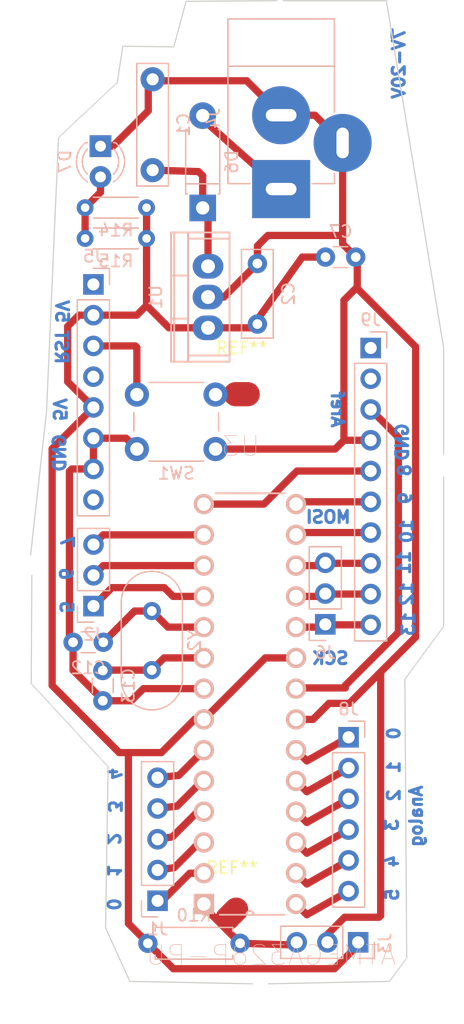
<source format=kicad_pcb>
(kicad_pcb (version 4) (host pcbnew 4.0.7)

  (general
    (links 65)
    (no_connects 4)
    (area 215.989761 38.945475 254.500239 123.672858)
    (thickness 1.6)
    (drawings 50)
    (tracks 174)
    (zones 0)
    (modules 24)
    (nets 29)
  )

  (page A4)
  (layers
    (0 F.Cu signal)
    (31 B.Cu signal)
    (32 B.Adhes user)
    (33 F.Adhes user)
    (34 B.Paste user)
    (35 F.Paste user)
    (36 B.SilkS user)
    (37 F.SilkS user)
    (38 B.Mask user)
    (39 F.Mask user)
    (40 Dwgs.User user)
    (41 Cmts.User user)
    (42 Eco1.User user)
    (43 Eco2.User user)
    (44 Edge.Cuts user)
    (45 Margin user)
    (46 B.CrtYd user)
    (47 F.CrtYd user)
    (48 B.Fab user)
    (49 F.Fab user)
  )

  (setup
    (last_trace_width 0.6)
    (trace_clearance 0.2)
    (zone_clearance 0.508)
    (zone_45_only no)
    (trace_min 0.2)
    (segment_width 0.2)
    (edge_width 0.1)
    (via_size 0.6)
    (via_drill 0.4)
    (via_min_size 0.4)
    (via_min_drill 0.3)
    (uvia_size 0.3)
    (uvia_drill 0.1)
    (uvias_allowed no)
    (uvia_min_size 0.2)
    (uvia_min_drill 0.1)
    (pcb_text_width 0.3)
    (pcb_text_size 1.5 1.5)
    (mod_edge_width 0.15)
    (mod_text_size 1 1)
    (mod_text_width 0.15)
    (pad_size 3 2)
    (pad_drill 0)
    (pad_to_mask_clearance 0)
    (aux_axis_origin 0 0)
    (visible_elements 7FFFFFFF)
    (pcbplotparams
      (layerselection 0x00000_80000000)
      (usegerberextensions false)
      (excludeedgelayer true)
      (linewidth 0.100000)
      (plotframeref true)
      (viasonmask true)
      (mode 1)
      (useauxorigin false)
      (hpglpennumber 1)
      (hpglpenspeed 20)
      (hpglpendiameter 15)
      (hpglpenoverlay 2)
      (psnegative false)
      (psa4output false)
      (plotreference true)
      (plotvalue true)
      (plotinvisibletext true)
      (padsonsilk true)
      (subtractmaskfromsilk false)
      (outputformat 4)
      (mirror false)
      (drillshape 0)
      (scaleselection 1)
      (outputdirectory "../Uno V2/"))
  )

  (net 0 "")
  (net 1 GND)
  (net 2 +5V)
  (net 3 AREF)
  (net 4 "Net-(C12-Pad2)")
  (net 5 "Net-(C13-Pad2)")
  (net 6 RESET)
  (net 7 "Net-(D7-Pad2)")
  (net 8 "Net-(J6-Pad1)")
  (net 9 "Net-(J6-Pad3)")
  (net 10 "Net-(J8-Pad1)")
  (net 11 "Net-(J8-Pad2)")
  (net 12 "Net-(J8-Pad3)")
  (net 13 "Net-(J8-Pad4)")
  (net 14 "Net-(J8-Pad5)")
  (net 15 "Net-(J8-Pad6)")
  (net 16 "Net-(J1-Pad1)")
  (net 17 "Net-(J1-Pad2)")
  (net 18 "Net-(J1-Pad3)")
  (net 19 "Net-(J1-Pad4)")
  (net 20 "Net-(J1-Pad5)")
  (net 21 "Net-(J2-Pad1)")
  (net 22 "Net-(J2-Pad2)")
  (net 23 "Net-(J2-Pad3)")
  (net 24 "Net-(J9-Pad5)")
  (net 25 "Net-(J6-Pad2)")
  (net 26 "Net-(J9-Pad6)")
  (net 27 "Net-(J9-Pad7)")
  (net 28 "Net-(C1-Pad1)")

  (net_class Default "This is the default net class."
    (clearance 0.2)
    (trace_width 0.6)
    (via_dia 0.6)
    (via_drill 0.4)
    (uvia_dia 0.3)
    (uvia_drill 0.1)
    (add_net +5V)
    (add_net AREF)
    (add_net GND)
    (add_net "Net-(C1-Pad1)")
    (add_net "Net-(C12-Pad2)")
    (add_net "Net-(C13-Pad2)")
    (add_net "Net-(D7-Pad2)")
    (add_net "Net-(J1-Pad1)")
    (add_net "Net-(J1-Pad2)")
    (add_net "Net-(J1-Pad3)")
    (add_net "Net-(J1-Pad4)")
    (add_net "Net-(J1-Pad5)")
    (add_net "Net-(J2-Pad1)")
    (add_net "Net-(J2-Pad2)")
    (add_net "Net-(J2-Pad3)")
    (add_net "Net-(J6-Pad1)")
    (add_net "Net-(J6-Pad2)")
    (add_net "Net-(J6-Pad3)")
    (add_net "Net-(J8-Pad1)")
    (add_net "Net-(J8-Pad2)")
    (add_net "Net-(J8-Pad3)")
    (add_net "Net-(J8-Pad4)")
    (add_net "Net-(J8-Pad5)")
    (add_net "Net-(J8-Pad6)")
    (add_net "Net-(J9-Pad5)")
    (add_net "Net-(J9-Pad6)")
    (add_net "Net-(J9-Pad7)")
    (add_net RESET)
  )

  (module Power_Integrations:TO-220 (layer B.Cu) (tedit 0) (tstamp 5A2329F4)
    (at 15.63 -58.08 270)
    (descr "Non Isolated JEDEC TO-220 Package")
    (tags "Power Integration YN Package")
    (path /5A232A7B)
    (fp_text reference U1 (at 0 4.318 270) (layer B.SilkS)
      (effects (font (size 1 1) (thickness 0.15)) (justify mirror))
    )
    (fp_text value LM7805_TO220 (at 0 4.318 270) (layer B.Fab)
      (effects (font (size 1 1) (thickness 0.15)) (justify mirror))
    )
    (fp_line (start 4.826 1.651) (end 4.826 -1.778) (layer B.SilkS) (width 0.15))
    (fp_line (start -4.826 1.651) (end -4.826 -1.778) (layer B.SilkS) (width 0.15))
    (fp_line (start 5.334 2.794) (end -5.334 2.794) (layer B.SilkS) (width 0.15))
    (fp_line (start 1.778 1.778) (end 1.778 3.048) (layer B.SilkS) (width 0.15))
    (fp_line (start -1.778 1.778) (end -1.778 3.048) (layer B.SilkS) (width 0.15))
    (fp_line (start -5.334 1.651) (end 5.334 1.651) (layer B.SilkS) (width 0.15))
    (fp_line (start 5.334 -1.778) (end -5.334 -1.778) (layer B.SilkS) (width 0.15))
    (fp_line (start -5.334 3.048) (end -5.334 -1.778) (layer B.SilkS) (width 0.15))
    (fp_line (start 5.334 3.048) (end 5.334 -1.778) (layer B.SilkS) (width 0.15))
    (fp_line (start 5.334 3.048) (end -5.334 3.048) (layer B.SilkS) (width 0.15))
    (pad 2 thru_hole oval (at 0 0 270) (size 2.032 2.54) (drill 1.143) (layers *.Cu *.Mask)
      (net 1 GND))
    (pad 3 thru_hole oval (at 2.54 0 270) (size 2.032 2.54) (drill 1.143) (layers *.Cu *.Mask)
      (net 6 RESET))
    (pad 1 thru_hole oval (at -2.54 0 270) (size 2.032 2.54) (drill 1.143) (layers *.Cu *.Mask)
      (net 28 "Net-(C1-Pad1)"))
  )

  (module Wire_Pads:SolderWirePad_single_SMD_5x10mm (layer F.Cu) (tedit 5A2332F1) (tstamp 5A233253)
    (at 17.14 -50.06)
    (descr "Wire Pad, Square, SMD Pad,  5mm x 10mm,")
    (tags "MesurementPoint Square SMDPad 5mmx10mm ")
    (attr smd)
    (fp_text reference REF** (at 1.27 -3.81) (layer F.SilkS)
      (effects (font (size 1 1) (thickness 0.15)))
    )
    (fp_text value SolderWirePad_single_SMD_5x10mm (at 1.27 6.35) (layer F.Fab)
      (effects (font (size 1 1) (thickness 0.15)))
    )
    (fp_line (start 4.02 -5.25) (end -1.48 -5.25) (layer F.CrtYd) (width 0.05))
    (fp_line (start 4.02 5.25) (end 4.02 -5.25) (layer F.CrtYd) (width 0.05))
    (fp_line (start -1.48 5.25) (end 4.02 5.25) (layer F.CrtYd) (width 0.05))
    (fp_line (start -1.48 -5.25) (end -1.48 5.25) (layer F.CrtYd) (width 0.05))
    (pad 1 smd oval (at 1.27 0) (size 3 2) (layers F.Cu F.Paste F.Mask))
  )

  (module Buttons_Switches_THT:SW_PUSH_6mm_h5mm (layer B.Cu) (tedit 5923F252) (tstamp 59E7CE4F)
    (at 9.75 -45.53)
    (descr "tactile push button, 6x6mm e.g. PHAP33xx series, height=5mm")
    (tags "tact sw push 6mm")
    (path /59E8965F)
    (fp_text reference SW1 (at 3.25 2) (layer B.SilkS)
      (effects (font (size 1 1) (thickness 0.15)) (justify mirror))
    )
    (fp_text value SW_Push (at 3.75 -6.7) (layer B.Fab)
      (effects (font (size 1 1) (thickness 0.15)) (justify mirror))
    )
    (fp_text user %R (at 3.25 -2.25) (layer B.Fab)
      (effects (font (size 1 1) (thickness 0.15)) (justify mirror))
    )
    (fp_line (start 3.25 0.75) (end 6.25 0.75) (layer B.Fab) (width 0.1))
    (fp_line (start 6.25 0.75) (end 6.25 -5.25) (layer B.Fab) (width 0.1))
    (fp_line (start 6.25 -5.25) (end 0.25 -5.25) (layer B.Fab) (width 0.1))
    (fp_line (start 0.25 -5.25) (end 0.25 0.75) (layer B.Fab) (width 0.1))
    (fp_line (start 0.25 0.75) (end 3.25 0.75) (layer B.Fab) (width 0.1))
    (fp_line (start 7.75 -6) (end 8 -6) (layer B.CrtYd) (width 0.05))
    (fp_line (start 8 -6) (end 8 -5.75) (layer B.CrtYd) (width 0.05))
    (fp_line (start 7.75 1.5) (end 8 1.5) (layer B.CrtYd) (width 0.05))
    (fp_line (start 8 1.5) (end 8 1.25) (layer B.CrtYd) (width 0.05))
    (fp_line (start -1.5 1.25) (end -1.5 1.5) (layer B.CrtYd) (width 0.05))
    (fp_line (start -1.5 1.5) (end -1.25 1.5) (layer B.CrtYd) (width 0.05))
    (fp_line (start -1.5 -5.75) (end -1.5 -6) (layer B.CrtYd) (width 0.05))
    (fp_line (start -1.5 -6) (end -1.25 -6) (layer B.CrtYd) (width 0.05))
    (fp_line (start -1.25 1.5) (end 7.75 1.5) (layer B.CrtYd) (width 0.05))
    (fp_line (start -1.5 -5.75) (end -1.5 1.25) (layer B.CrtYd) (width 0.05))
    (fp_line (start 7.75 -6) (end -1.25 -6) (layer B.CrtYd) (width 0.05))
    (fp_line (start 8 1.25) (end 8 -5.75) (layer B.CrtYd) (width 0.05))
    (fp_line (start 1 -5.5) (end 5.5 -5.5) (layer B.SilkS) (width 0.12))
    (fp_line (start -0.25 -1.5) (end -0.25 -3) (layer B.SilkS) (width 0.12))
    (fp_line (start 5.5 1) (end 1 1) (layer B.SilkS) (width 0.12))
    (fp_line (start 6.75 -3) (end 6.75 -1.5) (layer B.SilkS) (width 0.12))
    (fp_circle (center 3.25 -2.25) (end 1.25 -2.5) (layer B.Fab) (width 0.1))
    (pad 2 thru_hole circle (at 0 -4.5 270) (size 2 2) (drill 1.1) (layers *.Cu *.Mask)
      (net 6 RESET))
    (pad 1 thru_hole circle (at 0 0 270) (size 2 2) (drill 1.1) (layers *.Cu *.Mask)
      (net 1 GND))
    (pad 2 thru_hole circle (at 6.5 -4.5 270) (size 2 2) (drill 1.1) (layers *.Cu *.Mask)
      (net 6 RESET))
    (pad 1 thru_hole circle (at 6.5 0 270) (size 2 2) (drill 1.1) (layers *.Cu *.Mask)
      (net 1 GND))
    (model ${KISYS3DMOD}/Buttons_Switches_THT.3dshapes/SW_PUSH_6mm_h5mm.wrl
      (at (xyz 0.005 0 0))
      (scale (xyz 0.3937 0.3937 0.3937))
      (rotate (xyz 0 0 0))
    )
  )

  (module Pin_Headers:Pin_Header_Straight_1x03_Pitch2.54mm (layer B.Cu) (tedit 59650532) (tstamp 59E7FB84)
    (at 28.04 -4.8 90)
    (descr "Through hole straight pin header, 1x03, 2.54mm pitch, single row")
    (tags "Through hole pin header THT 1x03 2.54mm single row")
    (path /59EB94C1)
    (fp_text reference J3 (at -0.09 2.22 90) (layer B.SilkS)
      (effects (font (size 1 1) (thickness 0.15)) (justify mirror))
    )
    (fp_text value Conn_01x03_Male (at 0 -7.41 90) (layer B.Fab)
      (effects (font (size 1 1) (thickness 0.15)) (justify mirror))
    )
    (fp_line (start -0.635 1.27) (end 1.27 1.27) (layer B.Fab) (width 0.1))
    (fp_line (start 1.27 1.27) (end 1.27 -6.35) (layer B.Fab) (width 0.1))
    (fp_line (start 1.27 -6.35) (end -1.27 -6.35) (layer B.Fab) (width 0.1))
    (fp_line (start -1.27 -6.35) (end -1.27 0.635) (layer B.Fab) (width 0.1))
    (fp_line (start -1.27 0.635) (end -0.635 1.27) (layer B.Fab) (width 0.1))
    (fp_line (start -1.33 -6.41) (end 1.33 -6.41) (layer B.SilkS) (width 0.12))
    (fp_line (start -1.33 -1.27) (end -1.33 -6.41) (layer B.SilkS) (width 0.12))
    (fp_line (start 1.33 -1.27) (end 1.33 -6.41) (layer B.SilkS) (width 0.12))
    (fp_line (start -1.33 -1.27) (end 1.33 -1.27) (layer B.SilkS) (width 0.12))
    (fp_line (start -1.33 0) (end -1.33 1.33) (layer B.SilkS) (width 0.12))
    (fp_line (start -1.33 1.33) (end 0 1.33) (layer B.SilkS) (width 0.12))
    (fp_line (start -1.8 1.8) (end -1.8 -6.85) (layer B.CrtYd) (width 0.05))
    (fp_line (start -1.8 -6.85) (end 1.8 -6.85) (layer B.CrtYd) (width 0.05))
    (fp_line (start 1.8 -6.85) (end 1.8 1.8) (layer B.CrtYd) (width 0.05))
    (fp_line (start 1.8 1.8) (end -1.8 1.8) (layer B.CrtYd) (width 0.05))
    (fp_text user %R (at 0 -2.54 360) (layer B.Fab)
      (effects (font (size 1 1) (thickness 0.15)) (justify mirror))
    )
    (pad 1 thru_hole rect (at 0 0 90) (size 1.7 1.7) (drill 1) (layers *.Cu *.Mask)
      (net 6 RESET))
    (pad 2 thru_hole oval (at 0 -2.54 90) (size 1.7 1.7) (drill 1) (layers *.Cu *.Mask)
      (net 1 GND))
    (pad 3 thru_hole oval (at 0 -5.08 90) (size 1.7 1.7) (drill 1) (layers *.Cu *.Mask)
      (net 6 RESET))
    (model ${KISYS3DMOD}/Pin_Headers.3dshapes/Pin_Header_Straight_1x03_Pitch2.54mm.wrl
      (at (xyz 0 0 0))
      (scale (xyz 1 1 1))
      (rotate (xyz 0 0 0))
    )
  )

  (module Capacitors_THT:C_Disc_D3.0mm_W1.6mm_P2.50mm (layer B.Cu) (tedit 5A232F6D) (tstamp 59E7CDB8)
    (at 27.84 -61.38 180)
    (descr "C, Disc series, Radial, pin pitch=2.50mm, , diameter*width=3.0*1.6mm^2, Capacitor, http://www.vishay.com/docs/45233/krseries.pdf")
    (tags "C Disc series Radial pin pitch 2.50mm  diameter 3.0mm width 1.6mm Capacitor")
    (path /59E145E2)
    (fp_text reference C7 (at 1.25 2.11 180) (layer B.SilkS)
      (effects (font (size 1 1) (thickness 0.15)) (justify mirror))
    )
    (fp_text value C_Small (at 1.25 -2.11 180) (layer B.Fab)
      (effects (font (size 1 1) (thickness 0.15)) (justify mirror))
    )
    (fp_line (start -0.25 0.8) (end -0.25 -0.8) (layer B.Fab) (width 0.1))
    (fp_line (start -0.25 -0.8) (end 2.75 -0.8) (layer B.Fab) (width 0.1))
    (fp_line (start 2.75 -0.8) (end 2.75 0.8) (layer B.Fab) (width 0.1))
    (fp_line (start 2.75 0.8) (end -0.25 0.8) (layer B.Fab) (width 0.1))
    (fp_line (start 0.663 0.861) (end 1.837 0.861) (layer B.SilkS) (width 0.12))
    (fp_line (start 0.663 -0.861) (end 1.837 -0.861) (layer B.SilkS) (width 0.12))
    (fp_line (start -1.05 1.15) (end -1.05 -1.15) (layer B.CrtYd) (width 0.05))
    (fp_line (start -1.05 -1.15) (end 3.55 -1.15) (layer B.CrtYd) (width 0.05))
    (fp_line (start 3.55 -1.15) (end 3.55 1.15) (layer B.CrtYd) (width 0.05))
    (fp_line (start 3.55 1.15) (end -1.05 1.15) (layer B.CrtYd) (width 0.05))
    (fp_text user %R (at 1.25 0 270) (layer B.Fab)
      (effects (font (size 1 1) (thickness 0.15)) (justify mirror))
    )
    (pad 1 thru_hole circle (at 0 0 180) (size 1.6 1.6) (drill 0.8) (layers *.Cu *.Mask)
      (net 1 GND))
    (pad 2 thru_hole circle (at 2.5 0 180) (size 1.6 1.6) (drill 0.8) (layers *.Cu *.Mask)
      (net 6 RESET))
    (model ${KISYS3DMOD}/Capacitors_THT.3dshapes/C_Disc_D3.0mm_W1.6mm_P2.50mm.wrl
      (at (xyz 0 0 0))
      (scale (xyz 1 1 1))
      (rotate (xyz 0 0 0))
    )
  )

  (module Crystals:Crystal_HC49-4H_Vertical (layer B.Cu) (tedit 58CD2E9C) (tstamp 59E7D4C3)
    (at 10.985 -27.275 90)
    (descr "Crystal THT HC-49-4H http://5hertz.com/pdfs/04404_D.pdf")
    (tags "THT crystalHC-49-4H")
    (path /59E1251C)
    (fp_text reference Y2 (at 2.44 3.525 90) (layer B.SilkS)
      (effects (font (size 1 1) (thickness 0.15)) (justify mirror))
    )
    (fp_text value Crystal (at 2.44 -3.525 90) (layer B.Fab)
      (effects (font (size 1 1) (thickness 0.15)) (justify mirror))
    )
    (fp_text user %R (at 2.44 0 90) (layer B.Fab)
      (effects (font (size 1 1) (thickness 0.15)) (justify mirror))
    )
    (fp_line (start -0.76 2.325) (end 5.64 2.325) (layer B.Fab) (width 0.1))
    (fp_line (start -0.76 -2.325) (end 5.64 -2.325) (layer B.Fab) (width 0.1))
    (fp_line (start -0.56 2) (end 5.44 2) (layer B.Fab) (width 0.1))
    (fp_line (start -0.56 -2) (end 5.44 -2) (layer B.Fab) (width 0.1))
    (fp_line (start -0.76 2.525) (end 5.64 2.525) (layer B.SilkS) (width 0.12))
    (fp_line (start -0.76 -2.525) (end 5.64 -2.525) (layer B.SilkS) (width 0.12))
    (fp_line (start -3.6 2.8) (end -3.6 -2.8) (layer B.CrtYd) (width 0.05))
    (fp_line (start -3.6 -2.8) (end 8.5 -2.8) (layer B.CrtYd) (width 0.05))
    (fp_line (start 8.5 -2.8) (end 8.5 2.8) (layer B.CrtYd) (width 0.05))
    (fp_line (start 8.5 2.8) (end -3.6 2.8) (layer B.CrtYd) (width 0.05))
    (fp_arc (start -0.76 0) (end -0.76 2.325) (angle 180) (layer B.Fab) (width 0.1))
    (fp_arc (start 5.64 0) (end 5.64 2.325) (angle -180) (layer B.Fab) (width 0.1))
    (fp_arc (start -0.56 0) (end -0.56 2) (angle 180) (layer B.Fab) (width 0.1))
    (fp_arc (start 5.44 0) (end 5.44 2) (angle -180) (layer B.Fab) (width 0.1))
    (fp_arc (start -0.76 0) (end -0.76 2.525) (angle 180) (layer B.SilkS) (width 0.12))
    (fp_arc (start 5.64 0) (end 5.64 2.525) (angle -180) (layer B.SilkS) (width 0.12))
    (pad 1 thru_hole circle (at 0 0 90) (size 1.5 1.5) (drill 0.8) (layers *.Cu *.Mask)
      (net 5 "Net-(C13-Pad2)"))
    (pad 2 thru_hole circle (at 4.88 0 90) (size 1.5 1.5) (drill 0.8) (layers *.Cu *.Mask)
      (net 4 "Net-(C12-Pad2)"))
    (model ${KISYS3DMOD}/Crystals.3dshapes/Crystal_HC49-4H_Vertical.wrl
      (at (xyz 0 0 0))
      (scale (xyz 0.393701 0.393701 0.393701))
      (rotate (xyz 0 0 0))
    )
  )

  (module Capacitors_THT:C_Disc_D3.0mm_W1.6mm_P2.50mm (layer B.Cu) (tedit 597BC7C2) (tstamp 59E7CDD6)
    (at 4.475 -29.575)
    (descr "C, Disc series, Radial, pin pitch=2.50mm, , diameter*width=3.0*1.6mm^2, Capacitor, http://www.vishay.com/docs/45233/krseries.pdf")
    (tags "C Disc series Radial pin pitch 2.50mm  diameter 3.0mm width 1.6mm Capacitor")
    (path /59E12565)
    (fp_text reference C12 (at 1.25 2.11) (layer B.SilkS)
      (effects (font (size 1 1) (thickness 0.15)) (justify mirror))
    )
    (fp_text value C_Small (at 1.25 -2.11) (layer B.Fab)
      (effects (font (size 1 1) (thickness 0.15)) (justify mirror))
    )
    (fp_line (start -0.25 0.8) (end -0.25 -0.8) (layer B.Fab) (width 0.1))
    (fp_line (start -0.25 -0.8) (end 2.75 -0.8) (layer B.Fab) (width 0.1))
    (fp_line (start 2.75 -0.8) (end 2.75 0.8) (layer B.Fab) (width 0.1))
    (fp_line (start 2.75 0.8) (end -0.25 0.8) (layer B.Fab) (width 0.1))
    (fp_line (start 0.663 0.861) (end 1.837 0.861) (layer B.SilkS) (width 0.12))
    (fp_line (start 0.663 -0.861) (end 1.837 -0.861) (layer B.SilkS) (width 0.12))
    (fp_line (start -1.05 1.15) (end -1.05 -1.15) (layer B.CrtYd) (width 0.05))
    (fp_line (start -1.05 -1.15) (end 3.55 -1.15) (layer B.CrtYd) (width 0.05))
    (fp_line (start 3.55 -1.15) (end 3.55 1.15) (layer B.CrtYd) (width 0.05))
    (fp_line (start 3.55 1.15) (end -1.05 1.15) (layer B.CrtYd) (width 0.05))
    (fp_text user %R (at 1.25 0) (layer B.Fab)
      (effects (font (size 1 1) (thickness 0.15)) (justify mirror))
    )
    (pad 1 thru_hole circle (at 0 0) (size 1.6 1.6) (drill 0.8) (layers *.Cu *.Mask)
      (net 1 GND))
    (pad 2 thru_hole circle (at 2.5 0) (size 1.6 1.6) (drill 0.8) (layers *.Cu *.Mask)
      (net 4 "Net-(C12-Pad2)"))
    (model ${KISYS3DMOD}/Capacitors_THT.3dshapes/C_Disc_D3.0mm_W1.6mm_P2.50mm.wrl
      (at (xyz 0 0 0))
      (scale (xyz 1 1 1))
      (rotate (xyz 0 0 0))
    )
  )

  (module Capacitors_THT:C_Disc_D3.0mm_W1.6mm_P2.50mm (layer B.Cu) (tedit 597BC7C2) (tstamp 59E7CDDC)
    (at 6.935 -24.745 90)
    (descr "C, Disc series, Radial, pin pitch=2.50mm, , diameter*width=3.0*1.6mm^2, Capacitor, http://www.vishay.com/docs/45233/krseries.pdf")
    (tags "C Disc series Radial pin pitch 2.50mm  diameter 3.0mm width 1.6mm Capacitor")
    (path /59E125B1)
    (fp_text reference C13 (at 1.25 2.11 90) (layer B.SilkS)
      (effects (font (size 1 1) (thickness 0.15)) (justify mirror))
    )
    (fp_text value C_Small (at 1.25 -2.11 90) (layer B.Fab)
      (effects (font (size 1 1) (thickness 0.15)) (justify mirror))
    )
    (fp_line (start -0.25 0.8) (end -0.25 -0.8) (layer B.Fab) (width 0.1))
    (fp_line (start -0.25 -0.8) (end 2.75 -0.8) (layer B.Fab) (width 0.1))
    (fp_line (start 2.75 -0.8) (end 2.75 0.8) (layer B.Fab) (width 0.1))
    (fp_line (start 2.75 0.8) (end -0.25 0.8) (layer B.Fab) (width 0.1))
    (fp_line (start 0.663 0.861) (end 1.837 0.861) (layer B.SilkS) (width 0.12))
    (fp_line (start 0.663 -0.861) (end 1.837 -0.861) (layer B.SilkS) (width 0.12))
    (fp_line (start -1.05 1.15) (end -1.05 -1.15) (layer B.CrtYd) (width 0.05))
    (fp_line (start -1.05 -1.15) (end 3.55 -1.15) (layer B.CrtYd) (width 0.05))
    (fp_line (start 3.55 -1.15) (end 3.55 1.15) (layer B.CrtYd) (width 0.05))
    (fp_line (start 3.55 1.15) (end -1.05 1.15) (layer B.CrtYd) (width 0.05))
    (fp_text user %R (at 1.25 0 90) (layer B.Fab)
      (effects (font (size 1 1) (thickness 0.15)) (justify mirror))
    )
    (pad 1 thru_hole circle (at 0 0 90) (size 1.6 1.6) (drill 0.8) (layers *.Cu *.Mask)
      (net 1 GND))
    (pad 2 thru_hole circle (at 2.5 0 90) (size 1.6 1.6) (drill 0.8) (layers *.Cu *.Mask)
      (net 5 "Net-(C13-Pad2)"))
    (model ${KISYS3DMOD}/Capacitors_THT.3dshapes/C_Disc_D3.0mm_W1.6mm_P2.50mm.wrl
      (at (xyz 0 0 0))
      (scale (xyz 1 1 1))
      (rotate (xyz 0 0 0))
    )
  )

  (module Connectors:JACK_ALIM (layer B.Cu) (tedit 587FEAEC) (tstamp 59E7CDF5)
    (at 21.675 -66.995 270)
    (descr "module 1 pin (ou trou mecanique de percage)")
    (tags "CONN JACK")
    (path /59E33359)
    (fp_text reference J4 (at -5.84 5.59 270) (layer B.SilkS)
      (effects (font (size 1 1) (thickness 0.15)) (justify mirror))
    )
    (fp_text value Barrel_Jack (at -11.18 -5.59 270) (layer B.Fab)
      (effects (font (size 1 1) (thickness 0.15)) (justify mirror))
    )
    (fp_line (start -10.15 4.4) (end -10.15 -4.4) (layer B.SilkS) (width 0.12))
    (fp_line (start -6.35 -4.4) (end -14.05 -4.4) (layer B.SilkS) (width 0.12))
    (fp_line (start -14.05 -4.4) (end -14.05 4.4) (layer B.SilkS) (width 0.12))
    (fp_line (start -14.05 4.4) (end -13.85 4.4) (layer B.SilkS) (width 0.12))
    (fp_line (start -0.45 -2.55) (end -0.45 -4.4) (layer B.SilkS) (width 0.12))
    (fp_line (start -0.45 -4.4) (end -1.3 -4.4) (layer B.SilkS) (width 0.12))
    (fp_line (start -13.95 4.4) (end -0.45 4.4) (layer B.SilkS) (width 0.12))
    (fp_line (start -0.45 4.4) (end -0.45 2.55) (layer B.SilkS) (width 0.12))
    (fp_line (start -13.21 4.32) (end -13.97 4.32) (layer B.Fab) (width 0.1))
    (fp_line (start -13.97 4.32) (end -13.97 -4.32) (layer B.Fab) (width 0.1))
    (fp_line (start -13.97 -4.32) (end -13.21 -4.32) (layer B.Fab) (width 0.1))
    (fp_line (start -10.16 4.32) (end -10.16 -4.32) (layer B.Fab) (width 0.1))
    (fp_line (start -0.51 4.32) (end -0.51 -4.32) (layer B.Fab) (width 0.1))
    (fp_line (start -13.21 -4.32) (end -0.51 -4.32) (layer B.Fab) (width 0.1))
    (fp_line (start -13.21 4.32) (end -0.51 4.32) (layer B.Fab) (width 0.1))
    (fp_line (start -14.22 4.57) (end 2.65 4.57) (layer B.CrtYd) (width 0.05))
    (fp_line (start -14.22 4.57) (end -14.22 -7.73) (layer B.CrtYd) (width 0.05))
    (fp_line (start 2.65 -7.73) (end 2.65 4.57) (layer B.CrtYd) (width 0.05))
    (fp_line (start 2.65 -7.73) (end -14.22 -7.73) (layer B.CrtYd) (width 0.05))
    (pad 2 thru_hole circle (at -6.1 0 270) (size 4.8 4.8) (drill oval 1.02 2.54) (layers *.Cu *.Mask)
      (net 1 GND))
    (pad 1 thru_hole rect (at 0 0 270) (size 4.8 4.8) (drill oval 1.02 2.54) (layers *.Cu *.Mask)
      (net 2 +5V))
    (pad 3 thru_hole circle (at -3.81 -5.08 270) (size 4.8 4.8) (drill oval 2.54 1.02) (layers *.Cu *.Mask)
      (net 1 GND))
    (model ${KISYS3DMOD}/Connectors.3dshapes/JACK_ALIM.wrl
      (at (xyz -0.24 0 0))
      (scale (xyz 0.8 0.8 0.8))
      (rotate (xyz 0 0 0))
    )
  )

  (module Socket_Strips:Socket_Strip_Straight_1x08_Pitch2.54mm (layer B.Cu) (tedit 58CD5446) (tstamp 59E7CE01)
    (at 6.155 -59.125 180)
    (descr "Through hole straight socket strip, 1x08, 2.54mm pitch, single row")
    (tags "Through hole socket strip THT 1x08 2.54mm single row")
    (path /59E20AE9)
    (fp_text reference J5 (at 0 2.33 180) (layer B.SilkS)
      (effects (font (size 1 1) (thickness 0.15)) (justify mirror))
    )
    (fp_text value Conn_01x08_Female (at 0 -20.11 180) (layer B.Fab)
      (effects (font (size 1 1) (thickness 0.15)) (justify mirror))
    )
    (fp_line (start -1.27 1.27) (end -1.27 -19.05) (layer B.Fab) (width 0.1))
    (fp_line (start -1.27 -19.05) (end 1.27 -19.05) (layer B.Fab) (width 0.1))
    (fp_line (start 1.27 -19.05) (end 1.27 1.27) (layer B.Fab) (width 0.1))
    (fp_line (start 1.27 1.27) (end -1.27 1.27) (layer B.Fab) (width 0.1))
    (fp_line (start -1.33 -1.27) (end -1.33 -19.11) (layer B.SilkS) (width 0.12))
    (fp_line (start -1.33 -19.11) (end 1.33 -19.11) (layer B.SilkS) (width 0.12))
    (fp_line (start 1.33 -19.11) (end 1.33 -1.27) (layer B.SilkS) (width 0.12))
    (fp_line (start 1.33 -1.27) (end -1.33 -1.27) (layer B.SilkS) (width 0.12))
    (fp_line (start -1.33 0) (end -1.33 1.33) (layer B.SilkS) (width 0.12))
    (fp_line (start -1.33 1.33) (end 0 1.33) (layer B.SilkS) (width 0.12))
    (fp_line (start -1.8 1.8) (end -1.8 -19.55) (layer B.CrtYd) (width 0.05))
    (fp_line (start -1.8 -19.55) (end 1.8 -19.55) (layer B.CrtYd) (width 0.05))
    (fp_line (start 1.8 -19.55) (end 1.8 1.8) (layer B.CrtYd) (width 0.05))
    (fp_line (start 1.8 1.8) (end -1.8 1.8) (layer B.CrtYd) (width 0.05))
    (fp_text user %R (at 0 2.33 180) (layer B.Fab)
      (effects (font (size 1 1) (thickness 0.15)) (justify mirror))
    )
    (pad 1 thru_hole rect (at 0 0 180) (size 1.7 1.7) (drill 1) (layers *.Cu *.Mask))
    (pad 2 thru_hole oval (at 0 -2.54 180) (size 1.7 1.7) (drill 1) (layers *.Cu *.Mask)
      (net 6 RESET))
    (pad 3 thru_hole oval (at 0 -5.08 180) (size 1.7 1.7) (drill 1) (layers *.Cu *.Mask)
      (net 6 RESET))
    (pad 4 thru_hole oval (at 0 -7.62 180) (size 1.7 1.7) (drill 1) (layers *.Cu *.Mask))
    (pad 5 thru_hole oval (at 0 -10.16 180) (size 1.7 1.7) (drill 1) (layers *.Cu *.Mask)
      (net 6 RESET))
    (pad 6 thru_hole oval (at 0 -12.7 180) (size 1.7 1.7) (drill 1) (layers *.Cu *.Mask)
      (net 1 GND))
    (pad 7 thru_hole oval (at 0 -15.24 180) (size 1.7 1.7) (drill 1) (layers *.Cu *.Mask)
      (net 1 GND))
    (pad 8 thru_hole oval (at 0 -17.78 180) (size 1.7 1.7) (drill 1) (layers *.Cu *.Mask))
    (model ${KISYS3DMOD}/Socket_Strips.3dshapes/Socket_Strip_Straight_1x08_Pitch2.54mm.wrl
      (at (xyz 0 -0.35 0))
      (scale (xyz 1 1 1))
      (rotate (xyz 0 0 270))
    )
  )

  (module Socket_Strips:Socket_Strip_Straight_1x06_Pitch2.54mm (layer B.Cu) (tedit 58CD5446) (tstamp 59E7CE21)
    (at 27.25 -21.73 180)
    (descr "Through hole straight socket strip, 1x06, 2.54mm pitch, single row")
    (tags "Through hole socket strip THT 1x06 2.54mm single row")
    (path /59E1215D)
    (fp_text reference J8 (at 0 2.33 180) (layer B.SilkS)
      (effects (font (size 1 1) (thickness 0.15)) (justify mirror))
    )
    (fp_text value Conn_01x06_Female (at 0 -15.03 180) (layer B.Fab)
      (effects (font (size 1 1) (thickness 0.15)) (justify mirror))
    )
    (fp_line (start -1.27 1.27) (end -1.27 -13.97) (layer B.Fab) (width 0.1))
    (fp_line (start -1.27 -13.97) (end 1.27 -13.97) (layer B.Fab) (width 0.1))
    (fp_line (start 1.27 -13.97) (end 1.27 1.27) (layer B.Fab) (width 0.1))
    (fp_line (start 1.27 1.27) (end -1.27 1.27) (layer B.Fab) (width 0.1))
    (fp_line (start -1.33 -1.27) (end -1.33 -14.03) (layer B.SilkS) (width 0.12))
    (fp_line (start -1.33 -14.03) (end 1.33 -14.03) (layer B.SilkS) (width 0.12))
    (fp_line (start 1.33 -14.03) (end 1.33 -1.27) (layer B.SilkS) (width 0.12))
    (fp_line (start 1.33 -1.27) (end -1.33 -1.27) (layer B.SilkS) (width 0.12))
    (fp_line (start -1.33 0) (end -1.33 1.33) (layer B.SilkS) (width 0.12))
    (fp_line (start -1.33 1.33) (end 0 1.33) (layer B.SilkS) (width 0.12))
    (fp_line (start -1.8 1.8) (end -1.8 -14.5) (layer B.CrtYd) (width 0.05))
    (fp_line (start -1.8 -14.5) (end 1.8 -14.5) (layer B.CrtYd) (width 0.05))
    (fp_line (start 1.8 -14.5) (end 1.8 1.8) (layer B.CrtYd) (width 0.05))
    (fp_line (start 1.8 1.8) (end -1.8 1.8) (layer B.CrtYd) (width 0.05))
    (fp_text user %R (at 0 2.33 180) (layer B.Fab)
      (effects (font (size 1 1) (thickness 0.15)) (justify mirror))
    )
    (pad 1 thru_hole rect (at 0 0 180) (size 1.7 1.7) (drill 1) (layers *.Cu *.Mask)
      (net 10 "Net-(J8-Pad1)"))
    (pad 2 thru_hole oval (at 0 -2.54 180) (size 1.7 1.7) (drill 1) (layers *.Cu *.Mask)
      (net 11 "Net-(J8-Pad2)"))
    (pad 3 thru_hole oval (at 0 -5.08 180) (size 1.7 1.7) (drill 1) (layers *.Cu *.Mask)
      (net 12 "Net-(J8-Pad3)"))
    (pad 4 thru_hole oval (at 0 -7.62 180) (size 1.7 1.7) (drill 1) (layers *.Cu *.Mask)
      (net 13 "Net-(J8-Pad4)"))
    (pad 5 thru_hole oval (at 0 -10.16 180) (size 1.7 1.7) (drill 1) (layers *.Cu *.Mask)
      (net 14 "Net-(J8-Pad5)"))
    (pad 6 thru_hole oval (at 0 -12.7 180) (size 1.7 1.7) (drill 1) (layers *.Cu *.Mask)
      (net 15 "Net-(J8-Pad6)"))
    (model ${KISYS3DMOD}/Socket_Strips.3dshapes/Socket_Strip_Straight_1x06_Pitch2.54mm.wrl
      (at (xyz 0 -0.25 0))
      (scale (xyz 1 1 1))
      (rotate (xyz 0 0 270))
    )
  )

  (module Socket_Strips:Socket_Strip_Straight_1x10_Pitch2.54mm (layer B.Cu) (tedit 58CD5446) (tstamp 59E7CE2F)
    (at 29.075 -53.875 180)
    (descr "Through hole straight socket strip, 1x10, 2.54mm pitch, single row")
    (tags "Through hole socket strip THT 1x10 2.54mm single row")
    (path /59E123CC)
    (fp_text reference J9 (at 0 2.33 180) (layer B.SilkS)
      (effects (font (size 1 1) (thickness 0.15)) (justify mirror))
    )
    (fp_text value Conn_01x10_Female (at 0 -25.19 180) (layer B.Fab)
      (effects (font (size 1 1) (thickness 0.15)) (justify mirror))
    )
    (fp_line (start -1.27 1.27) (end -1.27 -24.13) (layer B.Fab) (width 0.1))
    (fp_line (start -1.27 -24.13) (end 1.27 -24.13) (layer B.Fab) (width 0.1))
    (fp_line (start 1.27 -24.13) (end 1.27 1.27) (layer B.Fab) (width 0.1))
    (fp_line (start 1.27 1.27) (end -1.27 1.27) (layer B.Fab) (width 0.1))
    (fp_line (start -1.33 -1.27) (end -1.33 -24.19) (layer B.SilkS) (width 0.12))
    (fp_line (start -1.33 -24.19) (end 1.33 -24.19) (layer B.SilkS) (width 0.12))
    (fp_line (start 1.33 -24.19) (end 1.33 -1.27) (layer B.SilkS) (width 0.12))
    (fp_line (start 1.33 -1.27) (end -1.33 -1.27) (layer B.SilkS) (width 0.12))
    (fp_line (start -1.33 0) (end -1.33 1.33) (layer B.SilkS) (width 0.12))
    (fp_line (start -1.33 1.33) (end 0 1.33) (layer B.SilkS) (width 0.12))
    (fp_line (start -1.8 1.8) (end -1.8 -24.65) (layer B.CrtYd) (width 0.05))
    (fp_line (start -1.8 -24.65) (end 1.8 -24.65) (layer B.CrtYd) (width 0.05))
    (fp_line (start 1.8 -24.65) (end 1.8 1.8) (layer B.CrtYd) (width 0.05))
    (fp_line (start 1.8 1.8) (end -1.8 1.8) (layer B.CrtYd) (width 0.05))
    (fp_text user %R (at 0 2.33 180) (layer B.Fab)
      (effects (font (size 1 1) (thickness 0.15)) (justify mirror))
    )
    (pad 1 thru_hole rect (at 0 0 180) (size 1.7 1.7) (drill 1) (layers *.Cu *.Mask))
    (pad 2 thru_hole oval (at 0 -2.54 180) (size 1.7 1.7) (drill 1) (layers *.Cu *.Mask))
    (pad 3 thru_hole oval (at 0 -5.08 180) (size 1.7 1.7) (drill 1) (layers *.Cu *.Mask)
      (net 3 AREF))
    (pad 4 thru_hole oval (at 0 -7.62 180) (size 1.7 1.7) (drill 1) (layers *.Cu *.Mask)
      (net 1 GND))
    (pad 5 thru_hole oval (at 0 -10.16 180) (size 1.7 1.7) (drill 1) (layers *.Cu *.Mask)
      (net 24 "Net-(J9-Pad5)"))
    (pad 6 thru_hole oval (at 0 -12.7 180) (size 1.7 1.7) (drill 1) (layers *.Cu *.Mask)
      (net 26 "Net-(J9-Pad6)"))
    (pad 7 thru_hole oval (at 0 -15.24 180) (size 1.7 1.7) (drill 1) (layers *.Cu *.Mask)
      (net 27 "Net-(J9-Pad7)"))
    (pad 8 thru_hole oval (at 0 -17.78 180) (size 1.7 1.7) (drill 1) (layers *.Cu *.Mask)
      (net 9 "Net-(J6-Pad3)"))
    (pad 9 thru_hole oval (at 0 -20.32 180) (size 1.7 1.7) (drill 1) (layers *.Cu *.Mask)
      (net 25 "Net-(J6-Pad2)"))
    (pad 10 thru_hole oval (at 0 -22.86 180) (size 1.7 1.7) (drill 1) (layers *.Cu *.Mask)
      (net 8 "Net-(J6-Pad1)"))
    (model ${KISYS3DMOD}/Socket_Strips.3dshapes/Socket_Strip_Straight_1x10_Pitch2.54mm.wrl
      (at (xyz 0 -0.45 0))
      (scale (xyz 1 1 1))
      (rotate (xyz 0 0 270))
    )
  )

  (module ATMEGA328P-PU:DIP254P762X457-28 (layer B.Cu) (tedit 0) (tstamp 59E7CE6F)
    (at 22.905 -40.985)
    (path /59E11F7F)
    (fp_text reference U3 (at -4.57801 -4.78148) (layer B.SilkS)
      (effects (font (size 1.64216 1.64216) (thickness 0.05)) (justify mirror))
    )
    (fp_text value ATMEGA328P-PU (at -2.05814 37.2498) (layer B.SilkS)
      (effects (font (size 1.64059 1.64059) (thickness 0.05)) (justify mirror))
    )
    (fp_line (start -6.6548 -0.889) (end -0.9652 -0.889) (layer B.SilkS) (width 0.1524))
    (fp_line (start -0.9652 33.909) (end -3.5052 33.909) (layer B.SilkS) (width 0.1524))
    (fp_line (start -3.5052 33.909) (end -4.1148 33.909) (layer B.SilkS) (width 0.1524))
    (fp_line (start -4.1148 33.909) (end -6.2992 33.909) (layer B.SilkS) (width 0.1524))
    (fp_arc (start -3.81 33.909) (end -4.1148 33.909) (angle 180) (layer B.SilkS) (width 0.1524))
    (fp_line (start -7.5692 32.4612) (end -7.5692 33.5788) (layer Dwgs.User) (width 0))
    (fp_line (start -7.5692 33.5788) (end -8.1788 33.5788) (layer Dwgs.User) (width 0))
    (fp_line (start -8.1788 33.5788) (end -8.1788 32.4612) (layer Dwgs.User) (width 0))
    (fp_line (start -8.1788 32.4612) (end -7.5692 32.4612) (layer Dwgs.User) (width 0))
    (fp_line (start -7.5692 29.9212) (end -7.5692 31.0388) (layer Dwgs.User) (width 0))
    (fp_line (start -7.5692 31.0388) (end -8.1788 31.0388) (layer Dwgs.User) (width 0))
    (fp_line (start -8.1788 31.0388) (end -8.1788 29.9212) (layer Dwgs.User) (width 0))
    (fp_line (start -8.1788 29.9212) (end -7.5692 29.9212) (layer Dwgs.User) (width 0))
    (fp_line (start -7.5692 27.3812) (end -7.5692 28.4988) (layer Dwgs.User) (width 0))
    (fp_line (start -7.5692 28.4988) (end -8.1788 28.4988) (layer Dwgs.User) (width 0))
    (fp_line (start -8.1788 28.4988) (end -8.1788 27.3812) (layer Dwgs.User) (width 0))
    (fp_line (start -8.1788 27.3812) (end -7.5692 27.3812) (layer Dwgs.User) (width 0))
    (fp_line (start -7.5692 24.8412) (end -7.5692 25.9588) (layer Dwgs.User) (width 0))
    (fp_line (start -7.5692 25.9588) (end -8.1788 25.9588) (layer Dwgs.User) (width 0))
    (fp_line (start -8.1788 25.9588) (end -8.1788 24.8412) (layer Dwgs.User) (width 0))
    (fp_line (start -8.1788 24.8412) (end -7.5692 24.8412) (layer Dwgs.User) (width 0))
    (fp_line (start -7.5692 22.3012) (end -7.5692 23.4188) (layer Dwgs.User) (width 0))
    (fp_line (start -7.5692 23.4188) (end -8.1788 23.4188) (layer Dwgs.User) (width 0))
    (fp_line (start -8.1788 23.4188) (end -8.1788 22.3012) (layer Dwgs.User) (width 0))
    (fp_line (start -8.1788 22.3012) (end -7.5692 22.3012) (layer Dwgs.User) (width 0))
    (fp_line (start -7.5692 19.7612) (end -7.5692 20.8788) (layer Dwgs.User) (width 0))
    (fp_line (start -7.5692 20.8788) (end -8.1788 20.8788) (layer Dwgs.User) (width 0))
    (fp_line (start -8.1788 20.8788) (end -8.1788 19.7612) (layer Dwgs.User) (width 0))
    (fp_line (start -8.1788 19.7612) (end -7.5692 19.7612) (layer Dwgs.User) (width 0))
    (fp_line (start -7.5692 17.2212) (end -7.5692 18.3388) (layer Dwgs.User) (width 0))
    (fp_line (start -7.5692 18.3388) (end -8.1788 18.3388) (layer Dwgs.User) (width 0))
    (fp_line (start -8.1788 18.3388) (end -8.1788 17.2212) (layer Dwgs.User) (width 0))
    (fp_line (start -8.1788 17.2212) (end -7.5692 17.2212) (layer Dwgs.User) (width 0))
    (fp_line (start -7.5692 14.6812) (end -7.5692 15.7988) (layer Dwgs.User) (width 0))
    (fp_line (start -7.5692 15.7988) (end -8.1788 15.7988) (layer Dwgs.User) (width 0))
    (fp_line (start -8.1788 15.7988) (end -8.1788 14.6812) (layer Dwgs.User) (width 0))
    (fp_line (start -8.1788 14.6812) (end -7.5692 14.6812) (layer Dwgs.User) (width 0))
    (fp_line (start -7.5438 12.1412) (end -7.5692 13.2588) (layer Dwgs.User) (width 0))
    (fp_line (start -7.5692 13.2588) (end -8.1788 13.2588) (layer Dwgs.User) (width 0))
    (fp_line (start -8.1788 13.2588) (end -8.1788 12.1412) (layer Dwgs.User) (width 0))
    (fp_line (start -8.1788 12.1412) (end -7.5438 12.1412) (layer Dwgs.User) (width 0))
    (fp_line (start -7.5438 9.6012) (end -7.5438 10.7188) (layer Dwgs.User) (width 0))
    (fp_line (start -7.5438 10.7188) (end -8.1788 10.7188) (layer Dwgs.User) (width 0))
    (fp_line (start -8.1788 10.7188) (end -8.1788 9.6012) (layer Dwgs.User) (width 0))
    (fp_line (start -8.1788 9.6012) (end -7.5438 9.6012) (layer Dwgs.User) (width 0))
    (fp_line (start -7.5438 7.0612) (end -7.5438 8.1788) (layer Dwgs.User) (width 0))
    (fp_line (start -7.5438 8.1788) (end -8.1788 8.1788) (layer Dwgs.User) (width 0))
    (fp_line (start -8.1788 8.1788) (end -8.1788 7.0612) (layer Dwgs.User) (width 0))
    (fp_line (start -8.1788 7.0612) (end -7.5438 7.0612) (layer Dwgs.User) (width 0))
    (fp_line (start -7.5438 4.5212) (end -7.5438 5.6388) (layer Dwgs.User) (width 0))
    (fp_line (start -7.5438 5.6388) (end -8.1788 5.6388) (layer Dwgs.User) (width 0))
    (fp_line (start -8.1788 5.6388) (end -8.1788 4.5212) (layer Dwgs.User) (width 0))
    (fp_line (start -8.1788 4.5212) (end -7.5438 4.5212) (layer Dwgs.User) (width 0))
    (fp_line (start -7.5438 1.9812) (end -7.5438 3.0988) (layer Dwgs.User) (width 0))
    (fp_line (start -7.5438 3.0988) (end -8.1788 3.0988) (layer Dwgs.User) (width 0))
    (fp_line (start -8.1788 3.0988) (end -8.1788 1.9812) (layer Dwgs.User) (width 0))
    (fp_line (start -8.1788 1.9812) (end -7.5438 1.9812) (layer Dwgs.User) (width 0))
    (fp_line (start -7.5438 -0.5588) (end -7.5438 0.5588) (layer Dwgs.User) (width 0))
    (fp_line (start -7.5438 0.5588) (end -8.1788 0.5588) (layer Dwgs.User) (width 0))
    (fp_line (start -8.1788 0.5588) (end -8.1788 -0.5588) (layer Dwgs.User) (width 0))
    (fp_line (start -8.1788 -0.5588) (end -7.5438 -0.5588) (layer Dwgs.User) (width 0))
    (fp_line (start -0.0762 0.5588) (end -0.0508 -0.5588) (layer Dwgs.User) (width 0))
    (fp_line (start -0.0508 -0.5588) (end 0.5588 -0.5588) (layer Dwgs.User) (width 0))
    (fp_line (start 0.5588 -0.5588) (end 0.5588 0.5588) (layer Dwgs.User) (width 0))
    (fp_line (start 0.5588 0.5588) (end -0.0762 0.5588) (layer Dwgs.User) (width 0))
    (fp_line (start -0.0762 3.0988) (end -0.0508 1.9812) (layer Dwgs.User) (width 0))
    (fp_line (start -0.0508 1.9812) (end 0.5588 1.9812) (layer Dwgs.User) (width 0))
    (fp_line (start 0.5588 1.9812) (end 0.5588 3.0988) (layer Dwgs.User) (width 0))
    (fp_line (start 0.5588 3.0988) (end -0.0762 3.0988) (layer Dwgs.User) (width 0))
    (fp_line (start -0.0762 5.6388) (end -0.0762 4.5212) (layer Dwgs.User) (width 0))
    (fp_line (start -0.0762 4.5212) (end 0.5588 4.5212) (layer Dwgs.User) (width 0))
    (fp_line (start 0.5588 4.5212) (end 0.5588 5.6388) (layer Dwgs.User) (width 0))
    (fp_line (start 0.5588 5.6388) (end -0.0762 5.6388) (layer Dwgs.User) (width 0))
    (fp_line (start -0.0762 8.1788) (end -0.0762 7.0612) (layer Dwgs.User) (width 0))
    (fp_line (start -0.0762 7.0612) (end 0.5588 7.0612) (layer Dwgs.User) (width 0))
    (fp_line (start 0.5588 7.0612) (end 0.5588 8.1788) (layer Dwgs.User) (width 0))
    (fp_line (start 0.5588 8.1788) (end -0.0762 8.1788) (layer Dwgs.User) (width 0))
    (fp_line (start -0.0762 10.7188) (end -0.0762 9.6012) (layer Dwgs.User) (width 0))
    (fp_line (start -0.0762 9.6012) (end 0.5588 9.6012) (layer Dwgs.User) (width 0))
    (fp_line (start 0.5588 9.6012) (end 0.5588 10.7188) (layer Dwgs.User) (width 0))
    (fp_line (start 0.5588 10.7188) (end -0.0762 10.7188) (layer Dwgs.User) (width 0))
    (fp_line (start -0.0762 13.2588) (end -0.0762 12.1412) (layer Dwgs.User) (width 0))
    (fp_line (start -0.0762 12.1412) (end 0.5588 12.1412) (layer Dwgs.User) (width 0))
    (fp_line (start 0.5588 12.1412) (end 0.5588 13.2588) (layer Dwgs.User) (width 0))
    (fp_line (start 0.5588 13.2588) (end -0.0762 13.2588) (layer Dwgs.User) (width 0))
    (fp_line (start -0.0762 15.7988) (end -0.0762 14.6812) (layer Dwgs.User) (width 0))
    (fp_line (start -0.0762 14.6812) (end 0.5588 14.6812) (layer Dwgs.User) (width 0))
    (fp_line (start 0.5588 14.6812) (end 0.5588 15.7988) (layer Dwgs.User) (width 0))
    (fp_line (start 0.5588 15.7988) (end -0.0762 15.7988) (layer Dwgs.User) (width 0))
    (fp_line (start -0.0762 18.3388) (end -0.0762 17.2212) (layer Dwgs.User) (width 0))
    (fp_line (start -0.0762 17.2212) (end 0.5588 17.2212) (layer Dwgs.User) (width 0))
    (fp_line (start 0.5588 17.2212) (end 0.5588 18.3388) (layer Dwgs.User) (width 0))
    (fp_line (start 0.5588 18.3388) (end -0.0762 18.3388) (layer Dwgs.User) (width 0))
    (fp_line (start -0.0762 20.8788) (end -0.0762 19.7612) (layer Dwgs.User) (width 0))
    (fp_line (start -0.0762 19.7612) (end 0.5588 19.7612) (layer Dwgs.User) (width 0))
    (fp_line (start 0.5588 19.7612) (end 0.5588 20.8788) (layer Dwgs.User) (width 0))
    (fp_line (start 0.5588 20.8788) (end -0.0762 20.8788) (layer Dwgs.User) (width 0))
    (fp_line (start -0.0762 23.4188) (end -0.0762 22.3012) (layer Dwgs.User) (width 0))
    (fp_line (start -0.0762 22.3012) (end 0.5588 22.3012) (layer Dwgs.User) (width 0))
    (fp_line (start 0.5588 22.3012) (end 0.5588 23.4188) (layer Dwgs.User) (width 0))
    (fp_line (start 0.5588 23.4188) (end -0.0762 23.4188) (layer Dwgs.User) (width 0))
    (fp_line (start -0.0762 25.9588) (end -0.0762 24.8412) (layer Dwgs.User) (width 0))
    (fp_line (start -0.0762 24.8412) (end 0.5588 24.8412) (layer Dwgs.User) (width 0))
    (fp_line (start 0.5588 24.8412) (end 0.5588 25.9588) (layer Dwgs.User) (width 0))
    (fp_line (start 0.5588 25.9588) (end -0.0762 25.9588) (layer Dwgs.User) (width 0))
    (fp_line (start -0.0762 28.4988) (end -0.0762 27.3812) (layer Dwgs.User) (width 0))
    (fp_line (start -0.0762 27.3812) (end 0.5588 27.3812) (layer Dwgs.User) (width 0))
    (fp_line (start 0.5588 27.3812) (end 0.5588 28.4988) (layer Dwgs.User) (width 0))
    (fp_line (start 0.5588 28.4988) (end -0.0762 28.4988) (layer Dwgs.User) (width 0))
    (fp_line (start -0.0762 31.0388) (end -0.0762 29.9212) (layer Dwgs.User) (width 0))
    (fp_line (start -0.0762 29.9212) (end 0.5588 29.9212) (layer Dwgs.User) (width 0))
    (fp_line (start 0.5588 29.9212) (end 0.5588 31.0388) (layer Dwgs.User) (width 0))
    (fp_line (start 0.5588 31.0388) (end -0.0762 31.0388) (layer Dwgs.User) (width 0))
    (fp_line (start -0.0762 33.5788) (end -0.0762 32.4612) (layer Dwgs.User) (width 0))
    (fp_line (start -0.0762 32.4612) (end 0.5588 32.4612) (layer Dwgs.User) (width 0))
    (fp_line (start 0.5588 32.4612) (end 0.5588 33.5788) (layer Dwgs.User) (width 0))
    (fp_line (start 0.5588 33.5788) (end -0.0762 33.5788) (layer Dwgs.User) (width 0))
    (fp_line (start -7.5692 -0.889) (end -0.0508 -0.889) (layer Dwgs.User) (width 0))
    (fp_line (start -0.0508 -0.889) (end -0.0508 33.909) (layer Dwgs.User) (width 0))
    (fp_line (start -0.0508 33.909) (end -3.5052 33.909) (layer Dwgs.User) (width 0))
    (fp_line (start -3.5052 33.909) (end -4.1148 33.909) (layer Dwgs.User) (width 0))
    (fp_line (start -4.1148 33.909) (end -7.5692 33.909) (layer Dwgs.User) (width 0))
    (fp_line (start -7.5692 33.909) (end -7.5692 -0.889) (layer Dwgs.User) (width 0))
    (fp_arc (start -3.81 33.909) (end -4.1148 33.909) (angle 180) (layer Dwgs.User) (width 0))
    (pad 1 thru_hole rect (at -7.62 33.02) (size 1.6764 1.6764) (drill 1.1176) (layers *.Cu *.Mask B.SilkS)
      (net 6 RESET))
    (pad 2 thru_hole circle (at -7.62 30.48) (size 1.6764 1.6764) (drill 1.1176) (layers *.Cu *.Mask B.SilkS)
      (net 16 "Net-(J1-Pad1)"))
    (pad 3 thru_hole circle (at -7.62 27.94) (size 1.6764 1.6764) (drill 1.1176) (layers *.Cu *.Mask B.SilkS)
      (net 17 "Net-(J1-Pad2)"))
    (pad 4 thru_hole circle (at -7.62 25.4) (size 1.6764 1.6764) (drill 1.1176) (layers *.Cu *.Mask B.SilkS)
      (net 18 "Net-(J1-Pad3)"))
    (pad 5 thru_hole circle (at -7.62 22.86) (size 1.6764 1.6764) (drill 1.1176) (layers *.Cu *.Mask B.SilkS)
      (net 19 "Net-(J1-Pad4)"))
    (pad 6 thru_hole circle (at -7.62 20.32) (size 1.6764 1.6764) (drill 1.1176) (layers *.Cu *.Mask B.SilkS)
      (net 20 "Net-(J1-Pad5)"))
    (pad 7 thru_hole circle (at -7.62 17.78) (size 1.6764 1.6764) (drill 1.1176) (layers *.Cu *.Mask B.SilkS)
      (net 6 RESET))
    (pad 8 thru_hole circle (at -7.62 15.24) (size 1.6764 1.6764) (drill 1.1176) (layers *.Cu *.Mask B.SilkS)
      (net 1 GND))
    (pad 9 thru_hole circle (at -7.62 12.7) (size 1.6764 1.6764) (drill 1.1176) (layers *.Cu *.Mask B.SilkS)
      (net 5 "Net-(C13-Pad2)"))
    (pad 10 thru_hole circle (at -7.62 10.16) (size 1.6764 1.6764) (drill 1.1176) (layers *.Cu *.Mask B.SilkS)
      (net 4 "Net-(C12-Pad2)"))
    (pad 11 thru_hole circle (at -7.62 7.62) (size 1.6764 1.6764) (drill 1.1176) (layers *.Cu *.Mask B.SilkS)
      (net 21 "Net-(J2-Pad1)"))
    (pad 12 thru_hole circle (at -7.62 5.08) (size 1.6764 1.6764) (drill 1.1176) (layers *.Cu *.Mask B.SilkS)
      (net 22 "Net-(J2-Pad2)"))
    (pad 13 thru_hole circle (at -7.62 2.54) (size 1.6764 1.6764) (drill 1.1176) (layers *.Cu *.Mask B.SilkS)
      (net 23 "Net-(J2-Pad3)"))
    (pad 14 thru_hole circle (at -7.62 0) (size 1.6764 1.6764) (drill 1.1176) (layers *.Cu *.Mask B.SilkS)
      (net 24 "Net-(J9-Pad5)"))
    (pad 15 thru_hole circle (at 0 0) (size 1.6764 1.6764) (drill 1.1176) (layers *.Cu *.Mask B.SilkS)
      (net 26 "Net-(J9-Pad6)"))
    (pad 16 thru_hole circle (at 0 2.54) (size 1.6764 1.6764) (drill 1.1176) (layers *.Cu *.Mask B.SilkS)
      (net 27 "Net-(J9-Pad7)"))
    (pad 17 thru_hole circle (at 0 5.08) (size 1.6764 1.6764) (drill 1.1176) (layers *.Cu *.Mask B.SilkS)
      (net 9 "Net-(J6-Pad3)"))
    (pad 18 thru_hole circle (at 0 7.62) (size 1.6764 1.6764) (drill 1.1176) (layers *.Cu *.Mask B.SilkS)
      (net 25 "Net-(J6-Pad2)"))
    (pad 19 thru_hole circle (at 0 10.16) (size 1.6764 1.6764) (drill 1.1176) (layers *.Cu *.Mask B.SilkS)
      (net 8 "Net-(J6-Pad1)"))
    (pad 20 thru_hole circle (at 0 12.7) (size 1.6764 1.6764) (drill 1.1176) (layers *.Cu *.Mask B.SilkS)
      (net 6 RESET))
    (pad 21 thru_hole circle (at 0 15.24) (size 1.6764 1.6764) (drill 1.1176) (layers *.Cu *.Mask B.SilkS)
      (net 3 AREF))
    (pad 22 thru_hole circle (at 0 17.78) (size 1.6764 1.6764) (drill 1.1176) (layers *.Cu *.Mask B.SilkS)
      (net 1 GND))
    (pad 23 thru_hole circle (at 0 20.32) (size 1.6764 1.6764) (drill 1.1176) (layers *.Cu *.Mask B.SilkS)
      (net 10 "Net-(J8-Pad1)"))
    (pad 24 thru_hole circle (at 0 22.86) (size 1.6764 1.6764) (drill 1.1176) (layers *.Cu *.Mask B.SilkS)
      (net 11 "Net-(J8-Pad2)"))
    (pad 25 thru_hole circle (at 0 25.4) (size 1.6764 1.6764) (drill 1.1176) (layers *.Cu *.Mask B.SilkS)
      (net 12 "Net-(J8-Pad3)"))
    (pad 26 thru_hole circle (at 0 27.94) (size 1.6764 1.6764) (drill 1.1176) (layers *.Cu *.Mask B.SilkS)
      (net 13 "Net-(J8-Pad4)"))
    (pad 27 thru_hole circle (at 0 30.48) (size 1.6764 1.6764) (drill 1.1176) (layers *.Cu *.Mask B.SilkS)
      (net 14 "Net-(J8-Pad5)"))
    (pad 28 thru_hole circle (at 0 33.02) (size 1.6764 1.6764) (drill 1.1176) (layers *.Cu *.Mask B.SilkS)
      (net 15 "Net-(J8-Pad6)"))
  )

  (module Socket_Strips:Socket_Strip_Straight_1x05_Pitch2.54mm (layer B.Cu) (tedit 58CD5446) (tstamp 59E7D931)
    (at 11.46 -8.23)
    (descr "Through hole straight socket strip, 1x05, 2.54mm pitch, single row")
    (tags "Through hole socket strip THT 1x05 2.54mm single row")
    (path /59EA5A96)
    (fp_text reference J1 (at 0 2.33) (layer B.SilkS)
      (effects (font (size 1 1) (thickness 0.15)) (justify mirror))
    )
    (fp_text value Conn_01x05_Female (at 0 -12.49) (layer B.Fab)
      (effects (font (size 1 1) (thickness 0.15)) (justify mirror))
    )
    (fp_line (start -1.27 1.27) (end -1.27 -11.43) (layer B.Fab) (width 0.1))
    (fp_line (start -1.27 -11.43) (end 1.27 -11.43) (layer B.Fab) (width 0.1))
    (fp_line (start 1.27 -11.43) (end 1.27 1.27) (layer B.Fab) (width 0.1))
    (fp_line (start 1.27 1.27) (end -1.27 1.27) (layer B.Fab) (width 0.1))
    (fp_line (start -1.33 -1.27) (end -1.33 -11.49) (layer B.SilkS) (width 0.12))
    (fp_line (start -1.33 -11.49) (end 1.33 -11.49) (layer B.SilkS) (width 0.12))
    (fp_line (start 1.33 -11.49) (end 1.33 -1.27) (layer B.SilkS) (width 0.12))
    (fp_line (start 1.33 -1.27) (end -1.33 -1.27) (layer B.SilkS) (width 0.12))
    (fp_line (start -1.33 0) (end -1.33 1.33) (layer B.SilkS) (width 0.12))
    (fp_line (start -1.33 1.33) (end 0 1.33) (layer B.SilkS) (width 0.12))
    (fp_line (start -1.8 1.8) (end -1.8 -11.95) (layer B.CrtYd) (width 0.05))
    (fp_line (start -1.8 -11.95) (end 1.8 -11.95) (layer B.CrtYd) (width 0.05))
    (fp_line (start 1.8 -11.95) (end 1.8 1.8) (layer B.CrtYd) (width 0.05))
    (fp_line (start 1.8 1.8) (end -1.8 1.8) (layer B.CrtYd) (width 0.05))
    (fp_text user %R (at 0 2.33) (layer B.Fab)
      (effects (font (size 1 1) (thickness 0.15)) (justify mirror))
    )
    (pad 1 thru_hole rect (at 0 0) (size 1.7 1.7) (drill 1) (layers *.Cu *.Mask)
      (net 16 "Net-(J1-Pad1)"))
    (pad 2 thru_hole oval (at 0 -2.54) (size 1.7 1.7) (drill 1) (layers *.Cu *.Mask)
      (net 17 "Net-(J1-Pad2)"))
    (pad 3 thru_hole oval (at 0 -5.08) (size 1.7 1.7) (drill 1) (layers *.Cu *.Mask)
      (net 18 "Net-(J1-Pad3)"))
    (pad 4 thru_hole oval (at 0 -7.62) (size 1.7 1.7) (drill 1) (layers *.Cu *.Mask)
      (net 19 "Net-(J1-Pad4)"))
    (pad 5 thru_hole oval (at 0 -10.16) (size 1.7 1.7) (drill 1) (layers *.Cu *.Mask)
      (net 20 "Net-(J1-Pad5)"))
    (model ${KISYS3DMOD}/Socket_Strips.3dshapes/Socket_Strip_Straight_1x05_Pitch2.54mm.wrl
      (at (xyz 0 -0.2 0))
      (scale (xyz 1 1 1))
      (rotate (xyz 0 0 270))
    )
  )

  (module Socket_Strips:Socket_Strip_Straight_1x03_Pitch2.54mm (layer B.Cu) (tedit 58CD5446) (tstamp 59E7D938)
    (at 6.165 -32.565)
    (descr "Through hole straight socket strip, 1x03, 2.54mm pitch, single row")
    (tags "Through hole socket strip THT 1x03 2.54mm single row")
    (path /59EA5B35)
    (fp_text reference J2 (at 0 2.33) (layer B.SilkS)
      (effects (font (size 1 1) (thickness 0.15)) (justify mirror))
    )
    (fp_text value Conn_01x03_Female (at 0 -7.41) (layer B.Fab)
      (effects (font (size 1 1) (thickness 0.15)) (justify mirror))
    )
    (fp_line (start -1.27 1.27) (end -1.27 -6.35) (layer B.Fab) (width 0.1))
    (fp_line (start -1.27 -6.35) (end 1.27 -6.35) (layer B.Fab) (width 0.1))
    (fp_line (start 1.27 -6.35) (end 1.27 1.27) (layer B.Fab) (width 0.1))
    (fp_line (start 1.27 1.27) (end -1.27 1.27) (layer B.Fab) (width 0.1))
    (fp_line (start -1.33 -1.27) (end -1.33 -6.41) (layer B.SilkS) (width 0.12))
    (fp_line (start -1.33 -6.41) (end 1.33 -6.41) (layer B.SilkS) (width 0.12))
    (fp_line (start 1.33 -6.41) (end 1.33 -1.27) (layer B.SilkS) (width 0.12))
    (fp_line (start 1.33 -1.27) (end -1.33 -1.27) (layer B.SilkS) (width 0.12))
    (fp_line (start -1.33 0) (end -1.33 1.33) (layer B.SilkS) (width 0.12))
    (fp_line (start -1.33 1.33) (end 0 1.33) (layer B.SilkS) (width 0.12))
    (fp_line (start -1.8 1.8) (end -1.8 -6.85) (layer B.CrtYd) (width 0.05))
    (fp_line (start -1.8 -6.85) (end 1.8 -6.85) (layer B.CrtYd) (width 0.05))
    (fp_line (start 1.8 -6.85) (end 1.8 1.8) (layer B.CrtYd) (width 0.05))
    (fp_line (start 1.8 1.8) (end -1.8 1.8) (layer B.CrtYd) (width 0.05))
    (fp_text user %R (at 0 2.33) (layer B.Fab)
      (effects (font (size 1 1) (thickness 0.15)) (justify mirror))
    )
    (pad 1 thru_hole rect (at 0 0) (size 1.7 1.7) (drill 1) (layers *.Cu *.Mask)
      (net 21 "Net-(J2-Pad1)"))
    (pad 2 thru_hole oval (at 0 -2.54) (size 1.7 1.7) (drill 1) (layers *.Cu *.Mask)
      (net 22 "Net-(J2-Pad2)"))
    (pad 3 thru_hole oval (at 0 -5.08) (size 1.7 1.7) (drill 1) (layers *.Cu *.Mask)
      (net 23 "Net-(J2-Pad3)"))
    (model ${KISYS3DMOD}/Socket_Strips.3dshapes/Socket_Strip_Straight_1x03_Pitch2.54mm.wrl
      (at (xyz 0 -0.1 0))
      (scale (xyz 1 1 1))
      (rotate (xyz 0 0 270))
    )
  )

  (module LEDs:LED_D3.0mm (layer B.Cu) (tedit 587A3A7B) (tstamp 59E7DD8B)
    (at 6.74 -70.54 270)
    (descr "LED, diameter 3.0mm, 2 pins")
    (tags "LED diameter 3.0mm 2 pins")
    (path /59E29232)
    (fp_text reference D7 (at 1.27 2.96 270) (layer B.SilkS)
      (effects (font (size 1 1) (thickness 0.15)) (justify mirror))
    )
    (fp_text value LED (at 1.27 -2.96 270) (layer B.Fab)
      (effects (font (size 1 1) (thickness 0.15)) (justify mirror))
    )
    (fp_arc (start 1.27 0) (end -0.23 1.16619) (angle -284.3) (layer B.Fab) (width 0.1))
    (fp_arc (start 1.27 0) (end -0.29 1.235516) (angle -108.8) (layer B.SilkS) (width 0.12))
    (fp_arc (start 1.27 0) (end -0.29 -1.235516) (angle 108.8) (layer B.SilkS) (width 0.12))
    (fp_arc (start 1.27 0) (end 0.229039 1.08) (angle -87.9) (layer B.SilkS) (width 0.12))
    (fp_arc (start 1.27 0) (end 0.229039 -1.08) (angle 87.9) (layer B.SilkS) (width 0.12))
    (fp_circle (center 1.27 0) (end 2.77 0) (layer B.Fab) (width 0.1))
    (fp_line (start -0.23 1.16619) (end -0.23 -1.16619) (layer B.Fab) (width 0.1))
    (fp_line (start -0.29 1.236) (end -0.29 1.08) (layer B.SilkS) (width 0.12))
    (fp_line (start -0.29 -1.08) (end -0.29 -1.236) (layer B.SilkS) (width 0.12))
    (fp_line (start -1.15 2.25) (end -1.15 -2.25) (layer B.CrtYd) (width 0.05))
    (fp_line (start -1.15 -2.25) (end 3.7 -2.25) (layer B.CrtYd) (width 0.05))
    (fp_line (start 3.7 -2.25) (end 3.7 2.25) (layer B.CrtYd) (width 0.05))
    (fp_line (start 3.7 2.25) (end -1.15 2.25) (layer B.CrtYd) (width 0.05))
    (pad 1 thru_hole rect (at 0 0 270) (size 1.8 1.8) (drill 0.9) (layers *.Cu *.Mask)
      (net 1 GND))
    (pad 2 thru_hole circle (at 2.54 0 270) (size 1.8 1.8) (drill 0.9) (layers *.Cu *.Mask)
      (net 7 "Net-(D7-Pad2)"))
    (model ${KISYS3DMOD}/LEDs.3dshapes/LED_D3.0mm.wrl
      (at (xyz 0 0 0))
      (scale (xyz 0.393701 0.393701 0.393701))
      (rotate (xyz 0 0 0))
    )
  )

  (module Diodes_THT:D_DO-41_SOD81_P7.62mm_Horizontal (layer B.Cu) (tedit 5921392F) (tstamp 59E7ED63)
    (at 15.19 -65.44 90)
    (descr "D, DO-41_SOD81 series, Axial, Horizontal, pin pitch=7.62mm, , length*diameter=5.2*2.7mm^2, , http://www.diodes.com/_files/packages/DO-41%20(Plastic).pdf")
    (tags "D DO-41_SOD81 series Axial Horizontal pin pitch 7.62mm  length 5.2mm diameter 2.7mm")
    (path /59E3307D)
    (fp_text reference D6 (at 3.81 2.41 90) (layer B.SilkS)
      (effects (font (size 1 1) (thickness 0.15)) (justify mirror))
    )
    (fp_text value D (at 3.81 -2.41 90) (layer B.Fab)
      (effects (font (size 1 1) (thickness 0.15)) (justify mirror))
    )
    (fp_text user %R (at 3.81 0 90) (layer B.Fab)
      (effects (font (size 1 1) (thickness 0.15)) (justify mirror))
    )
    (fp_line (start 1.21 1.35) (end 1.21 -1.35) (layer B.Fab) (width 0.1))
    (fp_line (start 1.21 -1.35) (end 6.41 -1.35) (layer B.Fab) (width 0.1))
    (fp_line (start 6.41 -1.35) (end 6.41 1.35) (layer B.Fab) (width 0.1))
    (fp_line (start 6.41 1.35) (end 1.21 1.35) (layer B.Fab) (width 0.1))
    (fp_line (start 0 0) (end 1.21 0) (layer B.Fab) (width 0.1))
    (fp_line (start 7.62 0) (end 6.41 0) (layer B.Fab) (width 0.1))
    (fp_line (start 1.99 1.35) (end 1.99 -1.35) (layer B.Fab) (width 0.1))
    (fp_line (start 1.15 1.28) (end 1.15 1.41) (layer B.SilkS) (width 0.12))
    (fp_line (start 1.15 1.41) (end 6.47 1.41) (layer B.SilkS) (width 0.12))
    (fp_line (start 6.47 1.41) (end 6.47 1.28) (layer B.SilkS) (width 0.12))
    (fp_line (start 1.15 -1.28) (end 1.15 -1.41) (layer B.SilkS) (width 0.12))
    (fp_line (start 1.15 -1.41) (end 6.47 -1.41) (layer B.SilkS) (width 0.12))
    (fp_line (start 6.47 -1.41) (end 6.47 -1.28) (layer B.SilkS) (width 0.12))
    (fp_line (start 1.99 1.41) (end 1.99 -1.41) (layer B.SilkS) (width 0.12))
    (fp_line (start -1.35 1.7) (end -1.35 -1.7) (layer B.CrtYd) (width 0.05))
    (fp_line (start -1.35 -1.7) (end 9 -1.7) (layer B.CrtYd) (width 0.05))
    (fp_line (start 9 -1.7) (end 9 1.7) (layer B.CrtYd) (width 0.05))
    (fp_line (start 9 1.7) (end -1.35 1.7) (layer B.CrtYd) (width 0.05))
    (pad 1 thru_hole rect (at 0 0 90) (size 2.2 2.2) (drill 1.1) (layers *.Cu *.Mask)
      (net 28 "Net-(C1-Pad1)"))
    (pad 2 thru_hole oval (at 7.62 0 90) (size 2.2 2.2) (drill 1.1) (layers *.Cu *.Mask)
      (net 2 +5V))
    (model ${KISYS3DMOD}/Diodes_THT.3dshapes/D_DO-41_SOD81_P7.62mm_Horizontal.wrl
      (at (xyz 0 0 0))
      (scale (xyz 0.393701 0.393701 0.393701))
      (rotate (xyz 0 0 0))
    )
  )

  (module Resistors_THT:R_Axial_DIN0204_L3.6mm_D1.6mm_P5.08mm_Horizontal (layer B.Cu) (tedit 5874F706) (tstamp 59E7F1A9)
    (at 5.47 -65.46)
    (descr "Resistor, Axial_DIN0204 series, Axial, Horizontal, pin pitch=5.08mm, 0.16666666666666666W = 1/6W, length*diameter=3.6*1.6mm^2, http://cdn-reichelt.de/documents/datenblatt/B400/1_4W%23YAG.pdf")
    (tags "Resistor Axial_DIN0204 series Axial Horizontal pin pitch 5.08mm 0.16666666666666666W = 1/6W length 3.6mm diameter 1.6mm")
    (path /59E28EB0)
    (fp_text reference R14 (at 2.54 1.86) (layer B.SilkS)
      (effects (font (size 1 1) (thickness 0.15)) (justify mirror))
    )
    (fp_text value R (at 2.54 -1.86) (layer B.Fab)
      (effects (font (size 1 1) (thickness 0.15)) (justify mirror))
    )
    (fp_line (start 0.74 0.8) (end 0.74 -0.8) (layer B.Fab) (width 0.1))
    (fp_line (start 0.74 -0.8) (end 4.34 -0.8) (layer B.Fab) (width 0.1))
    (fp_line (start 4.34 -0.8) (end 4.34 0.8) (layer B.Fab) (width 0.1))
    (fp_line (start 4.34 0.8) (end 0.74 0.8) (layer B.Fab) (width 0.1))
    (fp_line (start 0 0) (end 0.74 0) (layer B.Fab) (width 0.1))
    (fp_line (start 5.08 0) (end 4.34 0) (layer B.Fab) (width 0.1))
    (fp_line (start 0.68 0.86) (end 4.4 0.86) (layer B.SilkS) (width 0.12))
    (fp_line (start 0.68 -0.86) (end 4.4 -0.86) (layer B.SilkS) (width 0.12))
    (fp_line (start -0.95 1.15) (end -0.95 -1.15) (layer B.CrtYd) (width 0.05))
    (fp_line (start -0.95 -1.15) (end 6.05 -1.15) (layer B.CrtYd) (width 0.05))
    (fp_line (start 6.05 -1.15) (end 6.05 1.15) (layer B.CrtYd) (width 0.05))
    (fp_line (start 6.05 1.15) (end -0.95 1.15) (layer B.CrtYd) (width 0.05))
    (pad 1 thru_hole circle (at 0 0) (size 1.4 1.4) (drill 0.7) (layers *.Cu *.Mask)
      (net 7 "Net-(D7-Pad2)"))
    (pad 2 thru_hole oval (at 5.08 0) (size 1.4 1.4) (drill 0.7) (layers *.Cu *.Mask)
      (net 6 RESET))
    (model ${KISYS3DMOD}/Resistors_THT.3dshapes/R_Axial_DIN0204_L3.6mm_D1.6mm_P5.08mm_Horizontal.wrl
      (at (xyz 0 0 0))
      (scale (xyz 0.393701 0.393701 0.393701))
      (rotate (xyz 0 0 0))
    )
  )

  (module Resistors_THT:R_Axial_DIN0204_L3.6mm_D1.6mm_P5.08mm_Horizontal (layer B.Cu) (tedit 5874F706) (tstamp 59E7F1AF)
    (at 5.47 -62.92)
    (descr "Resistor, Axial_DIN0204 series, Axial, Horizontal, pin pitch=5.08mm, 0.16666666666666666W = 1/6W, length*diameter=3.6*1.6mm^2, http://cdn-reichelt.de/documents/datenblatt/B400/1_4W%23YAG.pdf")
    (tags "Resistor Axial_DIN0204 series Axial Horizontal pin pitch 5.08mm 0.16666666666666666W = 1/6W length 3.6mm diameter 1.6mm")
    (path /59E28F85)
    (fp_text reference R15 (at 2.54 1.86) (layer B.SilkS)
      (effects (font (size 1 1) (thickness 0.15)) (justify mirror))
    )
    (fp_text value R (at 2.54 -1.86) (layer B.Fab)
      (effects (font (size 1 1) (thickness 0.15)) (justify mirror))
    )
    (fp_line (start 0.74 0.8) (end 0.74 -0.8) (layer B.Fab) (width 0.1))
    (fp_line (start 0.74 -0.8) (end 4.34 -0.8) (layer B.Fab) (width 0.1))
    (fp_line (start 4.34 -0.8) (end 4.34 0.8) (layer B.Fab) (width 0.1))
    (fp_line (start 4.34 0.8) (end 0.74 0.8) (layer B.Fab) (width 0.1))
    (fp_line (start 0 0) (end 0.74 0) (layer B.Fab) (width 0.1))
    (fp_line (start 5.08 0) (end 4.34 0) (layer B.Fab) (width 0.1))
    (fp_line (start 0.68 0.86) (end 4.4 0.86) (layer B.SilkS) (width 0.12))
    (fp_line (start 0.68 -0.86) (end 4.4 -0.86) (layer B.SilkS) (width 0.12))
    (fp_line (start -0.95 1.15) (end -0.95 -1.15) (layer B.CrtYd) (width 0.05))
    (fp_line (start -0.95 -1.15) (end 6.05 -1.15) (layer B.CrtYd) (width 0.05))
    (fp_line (start 6.05 -1.15) (end 6.05 1.15) (layer B.CrtYd) (width 0.05))
    (fp_line (start 6.05 1.15) (end -0.95 1.15) (layer B.CrtYd) (width 0.05))
    (pad 1 thru_hole circle (at 0 0) (size 1.4 1.4) (drill 0.7) (layers *.Cu *.Mask)
      (net 7 "Net-(D7-Pad2)"))
    (pad 2 thru_hole oval (at 5.08 0) (size 1.4 1.4) (drill 0.7) (layers *.Cu *.Mask)
      (net 6 RESET))
    (model ${KISYS3DMOD}/Resistors_THT.3dshapes/R_Axial_DIN0204_L3.6mm_D1.6mm_P5.08mm_Horizontal.wrl
      (at (xyz 0 0 0))
      (scale (xyz 0.393701 0.393701 0.393701))
      (rotate (xyz 0 0 0))
    )
  )

  (module Pin_Headers:Pin_Header_Straight_1x03_Pitch2.54mm (layer B.Cu) (tedit 59650532) (tstamp 59E7FB8B)
    (at 25.325 -31.055)
    (descr "Through hole straight pin header, 1x03, 2.54mm pitch, single row")
    (tags "Through hole pin header THT 1x03 2.54mm single row")
    (path /59EB97E3)
    (fp_text reference J6 (at 0 2.33) (layer B.SilkS)
      (effects (font (size 1 1) (thickness 0.15)) (justify mirror))
    )
    (fp_text value Conn_01x03_Male (at 0 -7.41) (layer B.Fab)
      (effects (font (size 1 1) (thickness 0.15)) (justify mirror))
    )
    (fp_line (start -0.635 1.27) (end 1.27 1.27) (layer B.Fab) (width 0.1))
    (fp_line (start 1.27 1.27) (end 1.27 -6.35) (layer B.Fab) (width 0.1))
    (fp_line (start 1.27 -6.35) (end -1.27 -6.35) (layer B.Fab) (width 0.1))
    (fp_line (start -1.27 -6.35) (end -1.27 0.635) (layer B.Fab) (width 0.1))
    (fp_line (start -1.27 0.635) (end -0.635 1.27) (layer B.Fab) (width 0.1))
    (fp_line (start -1.33 -6.41) (end 1.33 -6.41) (layer B.SilkS) (width 0.12))
    (fp_line (start -1.33 -1.27) (end -1.33 -6.41) (layer B.SilkS) (width 0.12))
    (fp_line (start 1.33 -1.27) (end 1.33 -6.41) (layer B.SilkS) (width 0.12))
    (fp_line (start -1.33 -1.27) (end 1.33 -1.27) (layer B.SilkS) (width 0.12))
    (fp_line (start -1.33 0) (end -1.33 1.33) (layer B.SilkS) (width 0.12))
    (fp_line (start -1.33 1.33) (end 0 1.33) (layer B.SilkS) (width 0.12))
    (fp_line (start -1.8 1.8) (end -1.8 -6.85) (layer B.CrtYd) (width 0.05))
    (fp_line (start -1.8 -6.85) (end 1.8 -6.85) (layer B.CrtYd) (width 0.05))
    (fp_line (start 1.8 -6.85) (end 1.8 1.8) (layer B.CrtYd) (width 0.05))
    (fp_line (start 1.8 1.8) (end -1.8 1.8) (layer B.CrtYd) (width 0.05))
    (fp_text user %R (at 0 -2.54 270) (layer B.Fab)
      (effects (font (size 1 1) (thickness 0.15)) (justify mirror))
    )
    (pad 1 thru_hole rect (at 0 0) (size 1.7 1.7) (drill 1) (layers *.Cu *.Mask)
      (net 8 "Net-(J6-Pad1)"))
    (pad 2 thru_hole oval (at 0 -2.54) (size 1.7 1.7) (drill 1) (layers *.Cu *.Mask)
      (net 25 "Net-(J6-Pad2)"))
    (pad 3 thru_hole oval (at 0 -5.08) (size 1.7 1.7) (drill 1) (layers *.Cu *.Mask)
      (net 9 "Net-(J6-Pad3)"))
    (model ${KISYS3DMOD}/Pin_Headers.3dshapes/Pin_Header_Straight_1x03_Pitch2.54mm.wrl
      (at (xyz 0 0 0))
      (scale (xyz 1 1 1))
      (rotate (xyz 0 0 0))
    )
  )

  (module Capacitors_THT:C_Rect_L10.0mm_W2.5mm_P7.50mm_MKS4 (layer B.Cu) (tedit 597BC7C2) (tstamp 5A2329E7)
    (at 11.05 -68.56 90)
    (descr "C, Rect series, Radial, pin pitch=7.50mm, , length*width=10*2.5mm^2, Capacitor, http://www.wima.com/EN/WIMA_MKS_4.pdf")
    (tags "C Rect series Radial pin pitch 7.50mm  length 10mm width 2.5mm Capacitor")
    (path /5A232D41)
    (fp_text reference C1 (at 3.75 2.56 90) (layer B.SilkS)
      (effects (font (size 1 1) (thickness 0.15)) (justify mirror))
    )
    (fp_text value C (at 3.75 -2.56 90) (layer B.Fab)
      (effects (font (size 1 1) (thickness 0.15)) (justify mirror))
    )
    (fp_line (start -1.25 1.25) (end -1.25 -1.25) (layer B.Fab) (width 0.1))
    (fp_line (start -1.25 -1.25) (end 8.75 -1.25) (layer B.Fab) (width 0.1))
    (fp_line (start 8.75 -1.25) (end 8.75 1.25) (layer B.Fab) (width 0.1))
    (fp_line (start 8.75 1.25) (end -1.25 1.25) (layer B.Fab) (width 0.1))
    (fp_line (start -1.31 1.31) (end 8.81 1.31) (layer B.SilkS) (width 0.12))
    (fp_line (start -1.31 -1.31) (end 8.81 -1.31) (layer B.SilkS) (width 0.12))
    (fp_line (start -1.31 1.31) (end -1.31 -1.31) (layer B.SilkS) (width 0.12))
    (fp_line (start 8.81 1.31) (end 8.81 -1.31) (layer B.SilkS) (width 0.12))
    (fp_line (start -1.6 1.6) (end -1.6 -1.6) (layer B.CrtYd) (width 0.05))
    (fp_line (start -1.6 -1.6) (end 9.1 -1.6) (layer B.CrtYd) (width 0.05))
    (fp_line (start 9.1 -1.6) (end 9.1 1.6) (layer B.CrtYd) (width 0.05))
    (fp_line (start 9.1 1.6) (end -1.6 1.6) (layer B.CrtYd) (width 0.05))
    (fp_text user %R (at 3.75 0 90) (layer B.Fab)
      (effects (font (size 1 1) (thickness 0.15)) (justify mirror))
    )
    (pad 1 thru_hole circle (at 0 0 90) (size 2 2) (drill 1) (layers *.Cu *.Mask)
      (net 28 "Net-(C1-Pad1)"))
    (pad 2 thru_hole circle (at 7.5 0 90) (size 2 2) (drill 1) (layers *.Cu *.Mask)
      (net 1 GND))
    (model ${KISYS3DMOD}/Capacitors_THT.3dshapes/C_Rect_L10.0mm_W2.5mm_P7.50mm_MKS4.wrl
      (at (xyz 0 0 0))
      (scale (xyz 1 1 1))
      (rotate (xyz 0 0 0))
    )
  )

  (module Capacitors_THT:C_Rect_L7.2mm_W2.5mm_P5.00mm_FKS2_FKP2_MKS2_MKP2 (layer B.Cu) (tedit 597BC7C2) (tstamp 5A2329ED)
    (at 19.71 -55.85 90)
    (descr "C, Rect series, Radial, pin pitch=5.00mm, , length*width=7.2*2.5mm^2, Capacitor, http://www.wima.com/EN/WIMA_FKS_2.pdf")
    (tags "C Rect series Radial pin pitch 5.00mm  length 7.2mm width 2.5mm Capacitor")
    (path /5A232DC6)
    (fp_text reference C2 (at 2.5 2.56 90) (layer B.SilkS)
      (effects (font (size 1 1) (thickness 0.15)) (justify mirror))
    )
    (fp_text value C (at 2.5 -2.56 90) (layer B.Fab)
      (effects (font (size 1 1) (thickness 0.15)) (justify mirror))
    )
    (fp_line (start -1.1 1.25) (end -1.1 -1.25) (layer B.Fab) (width 0.1))
    (fp_line (start -1.1 -1.25) (end 6.1 -1.25) (layer B.Fab) (width 0.1))
    (fp_line (start 6.1 -1.25) (end 6.1 1.25) (layer B.Fab) (width 0.1))
    (fp_line (start 6.1 1.25) (end -1.1 1.25) (layer B.Fab) (width 0.1))
    (fp_line (start -1.16 1.31) (end 6.16 1.31) (layer B.SilkS) (width 0.12))
    (fp_line (start -1.16 -1.31) (end 6.16 -1.31) (layer B.SilkS) (width 0.12))
    (fp_line (start -1.16 1.31) (end -1.16 -1.31) (layer B.SilkS) (width 0.12))
    (fp_line (start 6.16 1.31) (end 6.16 -1.31) (layer B.SilkS) (width 0.12))
    (fp_line (start -1.45 1.6) (end -1.45 -1.6) (layer B.CrtYd) (width 0.05))
    (fp_line (start -1.45 -1.6) (end 6.45 -1.6) (layer B.CrtYd) (width 0.05))
    (fp_line (start 6.45 -1.6) (end 6.45 1.6) (layer B.CrtYd) (width 0.05))
    (fp_line (start 6.45 1.6) (end -1.45 1.6) (layer B.CrtYd) (width 0.05))
    (fp_text user %R (at 2.5 0 90) (layer B.Fab)
      (effects (font (size 1 1) (thickness 0.15)) (justify mirror))
    )
    (pad 1 thru_hole circle (at 0 0 90) (size 1.6 1.6) (drill 0.8) (layers *.Cu *.Mask)
      (net 6 RESET))
    (pad 2 thru_hole circle (at 5 0 90) (size 1.6 1.6) (drill 0.8) (layers *.Cu *.Mask)
      (net 1 GND))
    (model ${KISYS3DMOD}/Capacitors_THT.3dshapes/C_Rect_L7.2mm_W2.5mm_P5.00mm_FKS2_FKP2_MKS2_MKP2.wrl
      (at (xyz 0 0 0))
      (scale (xyz 1 1 1))
      (rotate (xyz 0 0 0))
    )
  )

  (module Resistors_THT:R_Axial_DIN0207_L6.3mm_D2.5mm_P7.62mm_Horizontal (layer B.Cu) (tedit 5874F706) (tstamp 5A232A4A)
    (at 18.28 -4.72 180)
    (descr "Resistor, Axial_DIN0207 series, Axial, Horizontal, pin pitch=7.62mm, 0.25W = 1/4W, length*diameter=6.3*2.5mm^2, http://cdn-reichelt.de/documents/datenblatt/B400/1_4W%23YAG.pdf")
    (tags "Resistor Axial_DIN0207 series Axial Horizontal pin pitch 7.62mm 0.25W = 1/4W length 6.3mm diameter 2.5mm")
    (path /59E1563B)
    (fp_text reference R10 (at 3.81 2.31 180) (layer B.SilkS)
      (effects (font (size 1 1) (thickness 0.15)) (justify mirror))
    )
    (fp_text value R (at 3.81 -2.31 180) (layer B.Fab)
      (effects (font (size 1 1) (thickness 0.15)) (justify mirror))
    )
    (fp_line (start 0.66 1.25) (end 0.66 -1.25) (layer B.Fab) (width 0.1))
    (fp_line (start 0.66 -1.25) (end 6.96 -1.25) (layer B.Fab) (width 0.1))
    (fp_line (start 6.96 -1.25) (end 6.96 1.25) (layer B.Fab) (width 0.1))
    (fp_line (start 6.96 1.25) (end 0.66 1.25) (layer B.Fab) (width 0.1))
    (fp_line (start 0 0) (end 0.66 0) (layer B.Fab) (width 0.1))
    (fp_line (start 7.62 0) (end 6.96 0) (layer B.Fab) (width 0.1))
    (fp_line (start 0.6 0.98) (end 0.6 1.31) (layer B.SilkS) (width 0.12))
    (fp_line (start 0.6 1.31) (end 7.02 1.31) (layer B.SilkS) (width 0.12))
    (fp_line (start 7.02 1.31) (end 7.02 0.98) (layer B.SilkS) (width 0.12))
    (fp_line (start 0.6 -0.98) (end 0.6 -1.31) (layer B.SilkS) (width 0.12))
    (fp_line (start 0.6 -1.31) (end 7.02 -1.31) (layer B.SilkS) (width 0.12))
    (fp_line (start 7.02 -1.31) (end 7.02 -0.98) (layer B.SilkS) (width 0.12))
    (fp_line (start -1.05 1.6) (end -1.05 -1.6) (layer B.CrtYd) (width 0.05))
    (fp_line (start -1.05 -1.6) (end 8.7 -1.6) (layer B.CrtYd) (width 0.05))
    (fp_line (start 8.7 -1.6) (end 8.7 1.6) (layer B.CrtYd) (width 0.05))
    (fp_line (start 8.7 1.6) (end -1.05 1.6) (layer B.CrtYd) (width 0.05))
    (pad 1 thru_hole circle (at 0 0 180) (size 1.6 1.6) (drill 0.8) (layers *.Cu *.Mask)
      (net 6 RESET))
    (pad 2 thru_hole oval (at 7.62 0 180) (size 1.6 1.6) (drill 0.8) (layers *.Cu *.Mask)
      (net 6 RESET))
    (model ${KISYS3DMOD}/Resistors_THT.3dshapes/R_Axial_DIN0207_L6.3mm_D2.5mm_P7.62mm_Horizontal.wrl
      (at (xyz 0 0 0))
      (scale (xyz 0.393701 0.393701 0.393701))
      (rotate (xyz 0 0 0))
    )
  )

  (module Wire_Pads:SolderWirePad_single_SMD_5x10mm (layer F.Cu) (tedit 5A2334A1) (tstamp 5A2335D7)
    (at 17.6 -7.14)
    (descr "Wire Pad, Square, SMD Pad,  5mm x 10mm,")
    (tags "MesurementPoint Square SMDPad 5mmx10mm ")
    (attr smd)
    (fp_text reference REF** (at 0 -3.81) (layer F.SilkS)
      (effects (font (size 1 1) (thickness 0.15)))
    )
    (fp_text value SolderWirePad_single_SMD_5x10mm (at 0 6.35) (layer F.Fab)
      (effects (font (size 1 1) (thickness 0.15)))
    )
    (fp_line (start 2.75 -5.25) (end -2.75 -5.25) (layer F.CrtYd) (width 0.05))
    (fp_line (start 2.75 5.25) (end 2.75 -5.25) (layer F.CrtYd) (width 0.05))
    (fp_line (start -2.75 5.25) (end 2.75 5.25) (layer F.CrtYd) (width 0.05))
    (fp_line (start -2.75 -5.25) (end -2.75 5.25) (layer F.CrtYd) (width 0.05))
    (pad 1 smd oval (at 0 0 45) (size 3 2) (layers F.Cu F.Paste F.Mask))
  )

  (gr_text Aref (at 26.34 -48.8 270) (layer B.Cu) (tstamp 5A2F1480)
    (effects (font (size 1 1) (thickness 0.25)) (justify mirror))
  )
  (gr_text GND (at 31.69 -46.1 90) (layer B.Cu) (tstamp 5A2F147F)
    (effects (font (size 1 1) (thickness 0.25)) (justify mirror))
  )
  (gr_text 7V-20V (at 31.4 -77.39 90) (layer B.Cu) (tstamp 5A2F147A)
    (effects (font (size 1 1) (thickness 0.25)) (justify mirror))
  )
  (gr_text 7 (at 3.97 -37.86 270) (layer B.Cu) (tstamp 5A2F146E)
    (effects (font (size 1 1) (thickness 0.25)) (justify mirror))
  )
  (gr_text 6 (at 3.87 -35.22 270) (layer B.Cu) (tstamp 5A2F146D)
    (effects (font (size 1 1) (thickness 0.25)) (justify mirror))
  )
  (gr_text 5 (at 3.92 -32.48 270) (layer B.Cu) (tstamp 5A2F146C)
    (effects (font (size 1 1) (thickness 0.25)) (justify mirror))
  )
  (gr_text Analog (at 32.83 -15.21 90) (layer B.Cu) (tstamp 5A2F1451)
    (effects (font (size 1 1) (thickness 0.25)) (justify mirror))
  )
  (gr_text 8 (at 31.9 -43.78 90) (layer B.Cu) (tstamp 5A2F143F)
    (effects (font (size 1 1) (thickness 0.25)) (justify mirror))
  )
  (gr_text 9 (at 31.95 -41.48 90) (layer B.Cu) (tstamp 5A2F143E)
    (effects (font (size 1 1) (thickness 0.25)) (justify mirror))
  )
  (gr_text 10 (at 32.05 -38.74 90) (layer B.Cu) (tstamp 5A2F143D)
    (effects (font (size 1 1) (thickness 0.25)) (justify mirror))
  )
  (gr_text 11 (at 31.85 -36.15 90) (layer B.Cu) (tstamp 5A2F143C)
    (effects (font (size 1 1) (thickness 0.25)) (justify mirror))
  )
  (gr_text 12 (at 32.05 -33.56 90) (layer B.Cu) (tstamp 5A2F143B)
    (effects (font (size 1 1) (thickness 0.25)) (justify mirror))
  )
  (gr_text 13 (at 32.2 -31.08 90) (layer B.Cu) (tstamp 5A2F143A)
    (effects (font (size 1 1) (thickness 0.25)) (justify mirror))
  )
  (gr_text 0 (at 30.98 -22.05 90) (layer B.Cu) (tstamp 5A2F1439)
    (effects (font (size 1 1) (thickness 0.25)) (justify mirror))
  )
  (gr_text 1 (at 30.98 -19.26 90) (layer B.Cu) (tstamp 5A2F1438)
    (effects (font (size 1 1) (thickness 0.25)) (justify mirror))
  )
  (gr_text 2 (at 30.98 -16.94 90) (layer B.Cu) (tstamp 5A2F1437)
    (effects (font (size 1 1) (thickness 0.25)) (justify mirror))
  )
  (gr_text 3 (at 30.84 -14.48 90) (layer B.Cu) (tstamp 5A2F1436)
    (effects (font (size 1 1) (thickness 0.25)) (justify mirror))
  )
  (gr_text 4 (at 30.84 -11.5 90) (layer B.Cu) (tstamp 5A2F1435)
    (effects (font (size 1 1) (thickness 0.25)) (justify mirror))
  )
  (gr_text 5 (at 30.87 -8.73 90) (layer B.Cu) (tstamp 5A2F1433)
    (effects (font (size 1 1) (thickness 0.25)) (justify mirror))
  )
  (gr_text 4 (at 7.86 -18.69 270) (layer B.Cu) (tstamp 5A2F1432)
    (effects (font (size 1 1) (thickness 0.25)) (justify mirror))
  )
  (gr_text 3 (at 7.91 -16.02 270) (layer B.Cu) (tstamp 5A2F1431)
    (effects (font (size 1 1) (thickness 0.25)) (justify mirror))
  )
  (gr_text 2 (at 7.81 -13.34 270) (layer B.Cu) (tstamp 5A2F1430)
    (effects (font (size 1 1) (thickness 0.25)) (justify mirror))
  )
  (gr_text 1 (at 7.86 -10.72 270) (layer B.Cu) (tstamp 5A2F142F)
    (effects (font (size 1 1) (thickness 0.25)) (justify mirror))
  )
  (gr_text 0 (at 7.81 -7.93 270) (layer B.Cu) (tstamp 5A2F142A)
    (effects (font (size 1 1) (thickness 0.25)) (justify mirror))
  )
  (gr_text 5V (at 3.36 -48.78 270) (layer B.Cu) (tstamp 5A2F0E43)
    (effects (font (size 1 1) (thickness 0.25)) (justify mirror))
  )
  (gr_line (start 30.6324 -1.5748) (end 20.6248 -1.3716) (layer Edge.Cuts) (width 0.1))
  (gr_line (start 9.144 -1.5748) (end 19.304 -1.3716) (layer Edge.Cuts) (width 0.1))
  (gr_line (start 8.5852 -78.7908) (end 8.128 -75.7936) (layer Edge.Cuts) (width 0.1))
  (gr_line (start 30.4292 -82.55) (end 21.844 -82.55) (layer Edge.Cuts) (width 0.1))
  (gr_line (start 3.26 -71.24) (end 8.128 -75.7936) (layer Edge.Cuts) (width 0.1))
  (gr_line (start 2.28 -48.6) (end 3.27 -71.25) (layer Edge.Cuts) (width 0.1))
  (gr_line (start 0.9652 -36.7792) (end 2.28 -48.61) (layer Edge.Cuts) (width 0.1))
  (gr_line (start 1.016 -26.162) (end 1.0668 -35.1028) (layer Edge.Cuts) (width 0.1))
  (gr_line (start 7.366 -19.304) (end 1.016 -26.162) (layer Edge.Cuts) (width 0.1))
  (gr_line (start 7.1628 -5.9944) (end 9.144 -1.6256) (layer Edge.Cuts) (width 0.1))
  (gr_line (start 7.366 -19.2532) (end 7.1628 -5.9944) (layer Edge.Cuts) (width 0.1))
  (gr_line (start 30.6324 -1.5748) (end 32.0548 -3.5052) (layer Edge.Cuts) (width 0.1))
  (gr_line (start 35.1028 -30.8864) (end 35.1028 -43.2308) (layer Edge.Cuts) (width 0.1))
  (gr_line (start 31.9024 -26.5176) (end 35.1028 -30.8864) (layer Edge.Cuts) (width 0.1))
  (gr_line (start 32.0548 -3.4544) (end 31.9024 -26.5176) (layer Edge.Cuts) (width 0.1))
  (gr_line (start 12.8016 -78.74) (end 8.636 -78.7908) (layer Edge.Cuts) (width 0.1))
  (gr_line (start 13.8176 -82.4992) (end 12.8016 -78.74) (layer Edge.Cuts) (width 0.1))
  (gr_line (start 21.336 -82.55) (end 13.8176 -82.4992) (layer Edge.Cuts) (width 0.1))
  (gr_line (start 35.1028 -53.8988) (end 35.1028 -45.1104) (layer Edge.Cuts) (width 0.1))
  (gr_line (start 30.3784 -82.4992) (end 35.1028 -53.8988) (layer Edge.Cuts) (width 0.1))
  (gr_text MOSI (at 25.565 -39.915) (layer B.Cu)
    (effects (font (size 1 1) (thickness 0.25)) (justify mirror))
  )
  (gr_text SCK (at 25.735 -28.255) (layer B.Cu)
    (effects (font (size 1 1) (thickness 0.25)) (justify mirror))
  )
  (gr_text 5V (at 3.56 -56.88 270) (layer B.Cu)
    (effects (font (size 1 1) (thickness 0.25)) (justify mirror))
  )
  (gr_text GND (at 3.36 -45.21 90) (layer B.Cu)
    (effects (font (size 1 1) (thickness 0.25)) (justify mirror))
  )
  (gr_text RST (at 3.51 -53.94 270) (layer B.Cu)
    (effects (font (size 1 1) (thickness 0.25)) (justify mirror))
  )

  (segment (start 15.63 -58.08) (end 16.94 -58.08) (width 0.6) (layer F.Cu) (net 1))
  (segment (start 16.94 -58.08) (end 19.71 -60.85) (width 0.6) (layer F.Cu) (net 1) (tstamp 5A2335C7))
  (segment (start 26.755 -63.17) (end 20.58 -63.17) (width 0.6) (layer F.Cu) (net 1))
  (segment (start 19.71 -62.3) (end 19.71 -60.85) (width 0.6) (layer F.Cu) (net 1) (tstamp 5A2335A8))
  (segment (start 20.58 -63.17) (end 19.71 -62.3) (width 0.6) (layer F.Cu) (net 1) (tstamp 5A2335A7))
  (segment (start 16.25 -45.53) (end 26.14 -45.53) (width 0.6) (layer F.Cu) (net 1))
  (segment (start 26.14 -45.53) (end 26.865 -46.255) (width 0.6) (layer F.Cu) (net 1) (tstamp 5A233020))
  (segment (start 26.755 -70.805) (end 26.755 -63.47) (width 0.6) (layer F.Cu) (net 1))
  (segment (start 26.755 -63.47) (end 26.755 -63.17) (width 0.6) (layer F.Cu) (net 1) (tstamp 5A233010))
  (segment (start 26.755 -63.17) (end 26.755 -62.465) (width 0.6) (layer F.Cu) (net 1) (tstamp 5A2335A5))
  (segment (start 26.755 -62.465) (end 27.84 -61.38) (width 0.6) (layer F.Cu) (net 1) (tstamp 5A233005))
  (segment (start 27.965 -58.795) (end 27.965 -61.255) (width 0.6) (layer F.Cu) (net 1))
  (segment (start 27.965 -61.255) (end 27.84 -61.38) (width 0.6) (layer F.Cu) (net 1) (tstamp 5A232FFB))
  (segment (start 6.155 -46.425) (end 8.855 -46.425) (width 0.6) (layer F.Cu) (net 1))
  (segment (start 8.855 -46.425) (end 9.75 -45.53) (width 0.6) (layer F.Cu) (net 1) (tstamp 5A232F57))
  (segment (start 25.5 -4.8) (end 25.5 -5.45) (width 0.6) (layer F.Cu) (net 1))
  (segment (start 25.5 -5.45) (end 26.92 -6.87) (width 0.6) (layer F.Cu) (net 1) (tstamp 5A232E96))
  (segment (start 26.92 -6.87) (end 29.77 -6.87) (width 0.6) (layer F.Cu) (net 1) (tstamp 5A232E97))
  (segment (start 29.77 -6.87) (end 29.9 -7) (width 0.6) (layer F.Cu) (net 1) (tstamp 5A232E98))
  (segment (start 29.9 -7) (end 29.9 -27.12) (width 0.6) (layer F.Cu) (net 1) (tstamp 5A232E99))
  (segment (start 29.9 -27.12) (end 29.9 -27.09) (width 0.6) (layer F.Cu) (net 1) (tstamp 5A232E35))
  (segment (start 29.9 -27.09) (end 29.9 -27.12) (width 0.6) (layer F.Cu) (net 1) (tstamp 5A232E36))
  (segment (start 22.905 -23.205) (end 24.305 -23.205) (width 0.6) (layer F.Cu) (net 1) (status 10))
  (segment (start 32.79 -53.97) (end 27.965 -58.795) (width 0.6) (layer F.Cu) (net 1) (tstamp 5A232DC9))
  (segment (start 27.965 -58.795) (end 27.905 -58.855) (width 0.6) (layer F.Cu) (net 1) (tstamp 5A232FF9))
  (segment (start 32.79 -30.01) (end 32.79 -53.97) (width 0.6) (layer F.Cu) (net 1) (tstamp 5A232DC7))
  (segment (start 27.31 -24.53) (end 29.9 -27.12) (width 0.6) (layer F.Cu) (net 1) (tstamp 5A232DC6))
  (segment (start 29.9 -27.12) (end 32.79 -30.01) (width 0.6) (layer F.Cu) (net 1) (tstamp 5A232E37))
  (segment (start 25.63 -24.53) (end 27.31 -24.53) (width 0.6) (layer F.Cu) (net 1) (tstamp 5A232DC5))
  (segment (start 24.305 -23.205) (end 25.63 -24.53) (width 0.6) (layer F.Cu) (net 1) (tstamp 5A232DC4))
  (segment (start 10.69 -75.94) (end 18.83 -75.94) (width 0.6) (layer F.Cu) (net 1) (status 10))
  (segment (start 18.83 -75.94) (end 21.675 -73.095) (width 0.6) (layer F.Cu) (net 1) (tstamp 5A232C51))
  (segment (start 6.74 -70.54) (end 7.77 -70.54) (width 0.6) (layer F.Cu) (net 1))
  (segment (start 10.69 -73.46) (end 10.69 -75.94) (width 0.6) (layer F.Cu) (net 1) (tstamp 5A232C4D) (status 20))
  (segment (start 7.77 -70.54) (end 10.69 -73.46) (width 0.6) (layer F.Cu) (net 1) (tstamp 5A232C4C))
  (segment (start 26.865 -46.255) (end 26.865 -57.815) (width 0.6) (layer F.Cu) (net 1))
  (segment (start 26.865 -57.815) (end 27.905 -58.855) (width 0.6) (layer F.Cu) (net 1) (tstamp 59E7FEA9))
  (segment (start 6.74 -70.54) (end 6.64 -70.54) (width 0.6) (layer F.Cu) (net 1) (status 30))
  (segment (start 21.675 -73.095) (end 24.465 -73.095) (width 0.6) (layer F.Cu) (net 1))
  (segment (start 24.465 -73.095) (end 26.755 -70.805) (width 0.6) (layer F.Cu) (net 1) (tstamp 59E7FE60))
  (segment (start 29.075 -46.255) (end 26.865 -46.255) (width 0.6) (layer F.Cu) (net 1))
  (segment (start 6.935 -24.745) (end 6.935 -24.805) (width 0.6) (layer F.Cu) (net 1))
  (segment (start 6.935 -24.805) (end 4.475 -27.265) (width 0.6) (layer F.Cu) (net 1) (tstamp 59E7FD0D))
  (segment (start 4.475 -27.265) (end 4.475 -29.575) (width 0.6) (layer F.Cu) (net 1) (tstamp 59E7FD0E))
  (segment (start 15.285 -25.745) (end 10.285 -25.745) (width 0.6) (layer F.Cu) (net 1) (status 10))
  (segment (start 9.285 -24.745) (end 6.935 -24.745) (width 0.6) (layer F.Cu) (net 1) (tstamp 59E7FD0A))
  (segment (start 10.285 -25.745) (end 9.285 -24.745) (width 0.6) (layer F.Cu) (net 1) (tstamp 59E7FD09))
  (segment (start 6.155 -43.885) (end 4.365 -43.885) (width 0.6) (layer F.Cu) (net 1))
  (segment (start 4.175 -43.695) (end 4.175 -29.875) (width 0.6) (layer F.Cu) (net 1) (tstamp 59E7FCF9))
  (segment (start 4.365 -43.885) (end 4.175 -43.695) (width 0.6) (layer F.Cu) (net 1) (tstamp 59E7FCF8))
  (segment (start 4.175 -29.875) (end 4.475 -29.575) (width 0.6) (layer F.Cu) (net 1) (tstamp 59E7FD02))
  (segment (start 6.155 -46.425) (end 6.155 -43.885) (width 0.6) (layer F.Cu) (net 1))
  (segment (start 6.305 -46.275) (end 6.155 -46.425) (width 0.6) (layer F.Cu) (net 1) (tstamp 59E7FCE5))
  (segment (start 21.675 -66.995) (end 15.035 -72.905) (width 0.6) (layer F.Cu) (net 2) (status 20))
  (segment (start 15.035 -72.905) (end 15.19 -73.06) (width 0.6) (layer F.Cu) (net 2) (tstamp 5A1F5EED) (status 30))
  (segment (start 26.975 -25.805) (end 26.975 -26.005) (width 0.6) (layer F.Cu) (net 3))
  (segment (start 26.975 -26.005) (end 31.365 -30.395) (width 0.6) (layer F.Cu) (net 3) (tstamp 59E7FD92))
  (segment (start 31.365 -46.505) (end 29.075 -48.795) (width 0.6) (layer F.Cu) (net 3) (tstamp 59E7FD95))
  (segment (start 31.365 -30.395) (end 31.365 -46.505) (width 0.6) (layer F.Cu) (net 3) (tstamp 59E7FD93))
  (segment (start 26.975 -25.805) (end 22.965 -25.805) (width 0.6) (layer F.Cu) (net 3) (status 20))
  (segment (start 22.965 -25.805) (end 22.905 -25.745) (width 0.6) (layer F.Cu) (net 3) (tstamp 59E7FD8F) (status 30))
  (segment (start 10.985 -32.155) (end 9.555 -32.155) (width 0.6) (layer F.Cu) (net 4))
  (segment (start 9.555 -32.155) (end 6.975 -29.575) (width 0.6) (layer F.Cu) (net 4) (tstamp 59E7FD26))
  (segment (start 15.285 -30.825) (end 12.315 -30.825) (width 0.6) (layer F.Cu) (net 4) (status 10))
  (segment (start 12.315 -30.825) (end 10.985 -32.155) (width 0.6) (layer F.Cu) (net 4) (tstamp 59E7FD1C))
  (segment (start 10.985 -27.275) (end 6.965 -27.275) (width 0.6) (layer F.Cu) (net 5))
  (segment (start 6.965 -27.275) (end 6.935 -27.245) (width 0.6) (layer F.Cu) (net 5) (tstamp 59E7FD16))
  (segment (start 15.285 -28.285) (end 11.995 -28.285) (width 0.6) (layer F.Cu) (net 5) (status 10))
  (segment (start 11.995 -28.285) (end 10.985 -27.275) (width 0.6) (layer F.Cu) (net 5) (tstamp 59E7FD12))
  (segment (start 4.03 -51.09) (end 4.03 -55.662081) (width 0.6) (layer F.Cu) (net 6))
  (segment (start 4.03 -55.662081) (end 4.952919 -56.585) (width 0.6) (layer F.Cu) (net 6))
  (segment (start 6.155 -48.965) (end 4.03 -51.09) (width 0.6) (layer F.Cu) (net 6))
  (segment (start 6.155 -56.585) (end 4.952919 -56.585) (width 0.6) (layer F.Cu) (net 6))
  (segment (start 4.952919 -56.585) (end 4.857919 -56.49) (width 0.6) (layer F.Cu) (net 6))
  (segment (start 15.63 -55.54) (end 12.4 -55.54) (width 0.6) (layer F.Cu) (net 6))
  (segment (start 12.4 -55.54) (end 10.55 -57.39) (width 0.6) (layer F.Cu) (net 6) (tstamp 5A2335D0))
  (segment (start 15.63 -55.54) (end 19.4 -55.54) (width 0.6) (layer F.Cu) (net 6))
  (segment (start 19.4 -55.54) (end 19.71 -55.85) (width 0.6) (layer F.Cu) (net 6) (tstamp 5A2335CD))
  (segment (start 25.34 -61.38) (end 23.42 -61.38) (width 0.6) (layer F.Cu) (net 6))
  (segment (start 19.64 -56.12) (end 19.67 -55.81) (width 0.6) (layer F.Cu) (net 6) (tstamp 5A23326C) (status 30))
  (segment (start 23.42 -61.38) (end 19.64 -56.12) (width 0.6) (layer F.Cu) (net 6) (tstamp 5A23326B) (status 20))
  (segment (start 19.67 -55.81) (end 19.71 -55.85) (width 0.6) (layer F.Cu) (net 6) (tstamp 5A23326E) (status 30))
  (segment (start 6.155 -56.585) (end 9.745 -56.585) (width 0.6) (layer F.Cu) (net 6))
  (segment (start 9.745 -56.585) (end 10.55 -57.39) (width 0.6) (layer F.Cu) (net 6) (tstamp 5A233027))
  (segment (start 10.55 -62.92) (end 10.55 -57.39) (width 0.6) (layer F.Cu) (net 6))
  (segment (start 25.34 -61.38) (end 25.34 -61.25) (width 0.6) (layer F.Cu) (net 6))
  (segment (start 9.75 -50.03) (end 9.75 -53.92) (width 0.6) (layer F.Cu) (net 6))
  (segment (start 9.625 -54.045) (end 6.155 -54.045) (width 0.6) (layer F.Cu) (net 6) (tstamp 5A232F5B))
  (segment (start 9.75 -53.92) (end 9.625 -54.045) (width 0.6) (layer F.Cu) (net 6) (tstamp 5A232F5A))
  (segment (start 10.66 -4.72) (end 10.66 -4.74) (width 0.6) (layer F.Cu) (net 6))
  (segment (start 10.66 -4.74) (end 9.05 -6.35) (width 0.6) (layer F.Cu) (net 6) (tstamp 5A232EA1))
  (segment (start 9.05 -6.35) (end 9.05 -20.465) (width 0.6) (layer F.Cu) (net 6) (tstamp 5A232EA2))
  (segment (start 28.04 -4.8) (end 28.04 -4.58) (width 0.6) (layer F.Cu) (net 6))
  (segment (start 28.04 -4.58) (end 26.08 -2.62) (width 0.6) (layer F.Cu) (net 6) (tstamp 5A232E9C))
  (segment (start 26.08 -2.62) (end 12.76 -2.62) (width 0.6) (layer F.Cu) (net 6) (tstamp 5A232E9D))
  (segment (start 12.76 -2.62) (end 10.66 -4.72) (width 0.6) (layer F.Cu) (net 6) (tstamp 5A232E9E))
  (segment (start 18.28 -4.72) (end 22.74 -4.58) (width 0.6) (layer F.Cu) (net 6) (status 20))
  (segment (start 22.74 -4.58) (end 22.96 -4.8) (width 0.6) (layer F.Cu) (net 6) (tstamp 5A232E79) (status 30))
  (segment (start 15.285 -7.965) (end 15.285 -7.715) (width 0.6) (layer F.Cu) (net 6) (status 30))
  (segment (start 15.285 -7.715) (end 18.28 -4.72) (width 0.6) (layer F.Cu) (net 6) (tstamp 5A232E76) (status 10))
  (segment (start 10.635 -62.835) (end 10.55 -62.92) (width 0.6) (layer F.Cu) (net 6) (tstamp 5A232C5B))
  (segment (start 10.55 -65.46) (end 10.55 -62.92) (width 0.6) (layer F.Cu) (net 6))
  (segment (start 10.46 -65.37) (end 10.55 -65.46) (width 0.6) (layer F.Cu) (net 6) (tstamp 5A1F5EF2) (status 30))
  (segment (start 10.46 -65.37) (end 10.55 -65.46) (width 0.6) (layer F.Cu) (net 6) (tstamp 5A1CBCDE) (status 30))
  (segment (start 6.345 -48.775) (end 6.155 -48.965) (width 0.6) (layer F.Cu) (net 6) (tstamp 59E7FDCD))
  (segment (start 22.905 -28.285) (end 20.365 -28.285) (width 0.6) (layer F.Cu) (net 6) (status 10))
  (segment (start 20.365 -28.285) (end 15.285 -23.205) (width 0.6) (layer F.Cu) (net 6) (tstamp 59E7FD6A) (status 20))
  (segment (start 11.775 -20.465) (end 9.05 -20.465) (width 0.6) (layer F.Cu) (net 6))
  (segment (start 9.05 -20.465) (end 8.285 -20.465) (width 0.6) (layer F.Cu) (net 6) (tstamp 5A232D0E))
  (segment (start 2.745 -26.005) (end 2.745 -45.555) (width 0.6) (layer F.Cu) (net 6) (tstamp 59E7FD5E))
  (segment (start 4.66 -24.09) (end 2.745 -26.005) (width 0.6) (layer F.Cu) (net 6) (tstamp 5A1F5E8E))
  (segment (start 2.745 -45.555) (end 6.155 -48.965) (width 0.6) (layer F.Cu) (net 6) (tstamp 59E7FD65))
  (segment (start 8.285 -20.465) (end 4.66 -24.09) (width 0.6) (layer F.Cu) (net 6) (tstamp 59E7FD5C))
  (segment (start 15.285 -23.205) (end 14.515 -23.205) (width 0.6) (layer F.Cu) (net 6) (status 30))
  (segment (start 14.515 -23.205) (end 11.775 -20.465) (width 0.6) (layer F.Cu) (net 6) (tstamp 59E7FD58) (status 10))
  (segment (start 6.74 -68) (end 6.74 -66.73) (width 0.6) (layer F.Cu) (net 7))
  (segment (start 6.74 -66.73) (end 5.47 -65.46) (width 0.6) (layer F.Cu) (net 7) (tstamp 5A232C55))
  (segment (start 5.47 -65.46) (end 5.47 -62.92) (width 0.6) (layer F.Cu) (net 7) (tstamp 5A232C56))
  (segment (start 29.075 -31.015) (end 25.365 -31.015) (width 0.6) (layer F.Cu) (net 8))
  (segment (start 25.365 -31.015) (end 25.175 -30.825) (width 0.6) (layer F.Cu) (net 8) (tstamp 59E7FDAE))
  (segment (start 25.175 -30.825) (end 22.905 -30.825) (width 0.6) (layer F.Cu) (net 8) (tstamp 59E7FDAF) (status 20))
  (segment (start 29.075 -36.095) (end 25.365 -36.095) (width 0.6) (layer F.Cu) (net 9))
  (segment (start 25.365 -36.095) (end 25.175 -35.905) (width 0.6) (layer F.Cu) (net 9) (tstamp 59E7FDB6))
  (segment (start 25.175 -35.905) (end 22.905 -35.905) (width 0.6) (layer F.Cu) (net 9) (tstamp 59E7FDB7) (status 20))
  (segment (start 27.25 -21.73) (end 23.795 -19.775) (width 0.6) (layer F.Cu) (net 10) (status 10))
  (segment (start 23.795 -19.775) (end 22.905 -20.665) (width 0.6) (layer F.Cu) (net 10) (tstamp 59E7FCAD) (status 20))
  (segment (start 27.25 -19.19) (end 23.795 -17.235) (width 0.6) (layer F.Cu) (net 11) (status 10))
  (segment (start 23.795 -17.235) (end 22.905 -18.125) (width 0.6) (layer F.Cu) (net 11) (tstamp 59E7FCAA) (status 20))
  (segment (start 27.25 -16.65) (end 23.795 -14.695) (width 0.6) (layer F.Cu) (net 12) (status 10))
  (segment (start 23.795 -14.695) (end 22.905 -15.585) (width 0.6) (layer F.Cu) (net 12) (tstamp 59E7FCA7) (status 20))
  (segment (start 27.25 -14.11) (end 23.795 -12.155) (width 0.6) (layer F.Cu) (net 13) (status 10))
  (segment (start 23.795 -12.155) (end 22.905 -13.045) (width 0.6) (layer F.Cu) (net 13) (tstamp 59E7FCA4) (status 20))
  (segment (start 27.25 -11.57) (end 23.795 -9.615) (width 0.6) (layer F.Cu) (net 14) (status 10))
  (segment (start 23.795 -9.615) (end 22.905 -10.505) (width 0.6) (layer F.Cu) (net 14) (tstamp 59E7FCA0) (status 20))
  (segment (start 27.25 -9.03) (end 23.795 -7.075) (width 0.6) (layer F.Cu) (net 15) (status 10))
  (segment (start 23.795 -7.075) (end 22.905 -7.965) (width 0.6) (layer F.Cu) (net 15) (tstamp 59E7FC9D) (status 20))
  (segment (start 11.46 -8.23) (end 11.85 -8.23) (width 0.6) (layer F.Cu) (net 16))
  (segment (start 11.85 -8.23) (end 14.125 -10.505) (width 0.6) (layer F.Cu) (net 16) (tstamp 5A232CB3))
  (segment (start 14.125 -10.505) (end 15.285 -10.505) (width 0.6) (layer F.Cu) (net 16) (tstamp 5A232CB4) (status 20))
  (segment (start 15.285 -13.045) (end 14.915 -13.045) (width 0.6) (layer F.Cu) (net 17) (status 30))
  (segment (start 14.915 -13.045) (end 12.835 -10.965) (width 0.6) (layer F.Cu) (net 17) (tstamp 59E7FD43) (status 10))
  (segment (start 12.835 -10.965) (end 11.46 -10.77) (width 0.6) (layer F.Cu) (net 17) (tstamp 59E7FD44) (status 20))
  (segment (start 15.285 -15.585) (end 14.765 -15.585) (width 0.6) (layer F.Cu) (net 18) (status 30))
  (segment (start 14.765 -15.585) (end 12.685 -13.505) (width 0.6) (layer F.Cu) (net 18) (tstamp 59E7FD49) (status 10))
  (segment (start 12.685 -13.505) (end 11.46 -13.31) (width 0.6) (layer F.Cu) (net 18) (tstamp 59E7FD4A) (status 20))
  (segment (start 15.285 -18.125) (end 15.155 -18.125) (width 0.6) (layer F.Cu) (net 19) (status 30))
  (segment (start 15.155 -18.125) (end 13.075 -16.045) (width 0.6) (layer F.Cu) (net 19) (tstamp 59E7FD4F) (status 10))
  (segment (start 13.075 -16.045) (end 11.46 -15.85) (width 0.6) (layer F.Cu) (net 19) (tstamp 59E7FD50) (status 20))
  (segment (start 15.285 -20.665) (end 15.285 -20.655) (width 0.6) (layer F.Cu) (net 20) (status 30))
  (segment (start 15.285 -20.655) (end 13.215 -18.585) (width 0.6) (layer F.Cu) (net 20) (tstamp 59E7FD53) (status 10))
  (segment (start 13.215 -18.585) (end 11.46 -18.39) (width 0.6) (layer F.Cu) (net 20) (tstamp 59E7FD54) (status 20))
  (segment (start 15.285 -33.365) (end 12.735 -33.365) (width 0.6) (layer F.Cu) (net 21) (status 10))
  (segment (start 7.685 -34.085) (end 6.165 -32.565) (width 0.6) (layer F.Cu) (net 21) (tstamp 59E7FD2C))
  (segment (start 12.015 -34.085) (end 7.685 -34.085) (width 0.6) (layer F.Cu) (net 21) (tstamp 59E7FD2B))
  (segment (start 12.735 -33.365) (end 12.015 -34.085) (width 0.6) (layer F.Cu) (net 21) (tstamp 59E7FD2A))
  (segment (start 15.285 -35.905) (end 6.965 -35.905) (width 0.6) (layer F.Cu) (net 22) (status 10))
  (segment (start 6.965 -35.905) (end 6.165 -35.105) (width 0.6) (layer F.Cu) (net 22) (tstamp 59E7FD30))
  (segment (start 15.285 -38.445) (end 6.965 -38.445) (width 0.6) (layer F.Cu) (net 23) (status 10))
  (segment (start 6.965 -38.445) (end 6.165 -37.645) (width 0.6) (layer F.Cu) (net 23) (tstamp 59E7FD34))
  (segment (start 29.075 -43.715) (end 22.985 -43.715) (width 0.6) (layer F.Cu) (net 24))
  (segment (start 20.255 -40.985) (end 15.285 -40.985) (width 0.6) (layer F.Cu) (net 24) (tstamp 59E7FDC3) (status 20))
  (segment (start 22.985 -43.715) (end 20.255 -40.985) (width 0.6) (layer F.Cu) (net 24) (tstamp 59E7FDC2))
  (segment (start 22.905 -33.365) (end 25.095 -33.365) (width 0.6) (layer F.Cu) (net 25) (status 10))
  (segment (start 25.095 -33.365) (end 25.285 -33.555) (width 0.6) (layer F.Cu) (net 25) (tstamp 59E7FDB2))
  (segment (start 25.285 -33.555) (end 29.075 -33.555) (width 0.6) (layer F.Cu) (net 25) (tstamp 59E7FDB3))
  (segment (start 29.075 -41.175) (end 23.095 -41.175) (width 0.6) (layer F.Cu) (net 26) (status 20))
  (segment (start 23.095 -41.175) (end 22.905 -40.985) (width 0.6) (layer F.Cu) (net 26) (tstamp 59E7FDBE) (status 30))
  (segment (start 29.075 -38.635) (end 23.095 -38.635) (width 0.6) (layer F.Cu) (net 27) (status 20))
  (segment (start 23.095 -38.635) (end 22.905 -38.445) (width 0.6) (layer F.Cu) (net 27) (tstamp 59E7FDBA) (status 30))
  (segment (start 15.63 -60.62) (end 15.63 -65) (width 0.6) (layer F.Cu) (net 28))
  (segment (start 15.63 -65) (end 15.19 -65.44) (width 0.6) (layer F.Cu) (net 28) (tstamp 5A2335C4))
  (segment (start 11.05 -68.56) (end 14.85 -68.44) (width 0.6) (layer F.Cu) (net 28) (status 10))
  (segment (start 15.19 -68.1) (end 15.19 -65.44) (width 0.6) (layer F.Cu) (net 28) (tstamp 5A232C49))
  (segment (start 14.85 -68.44) (end 15.19 -68.1) (width 0.6) (layer F.Cu) (net 28) (tstamp 5A232C48))

)

</source>
